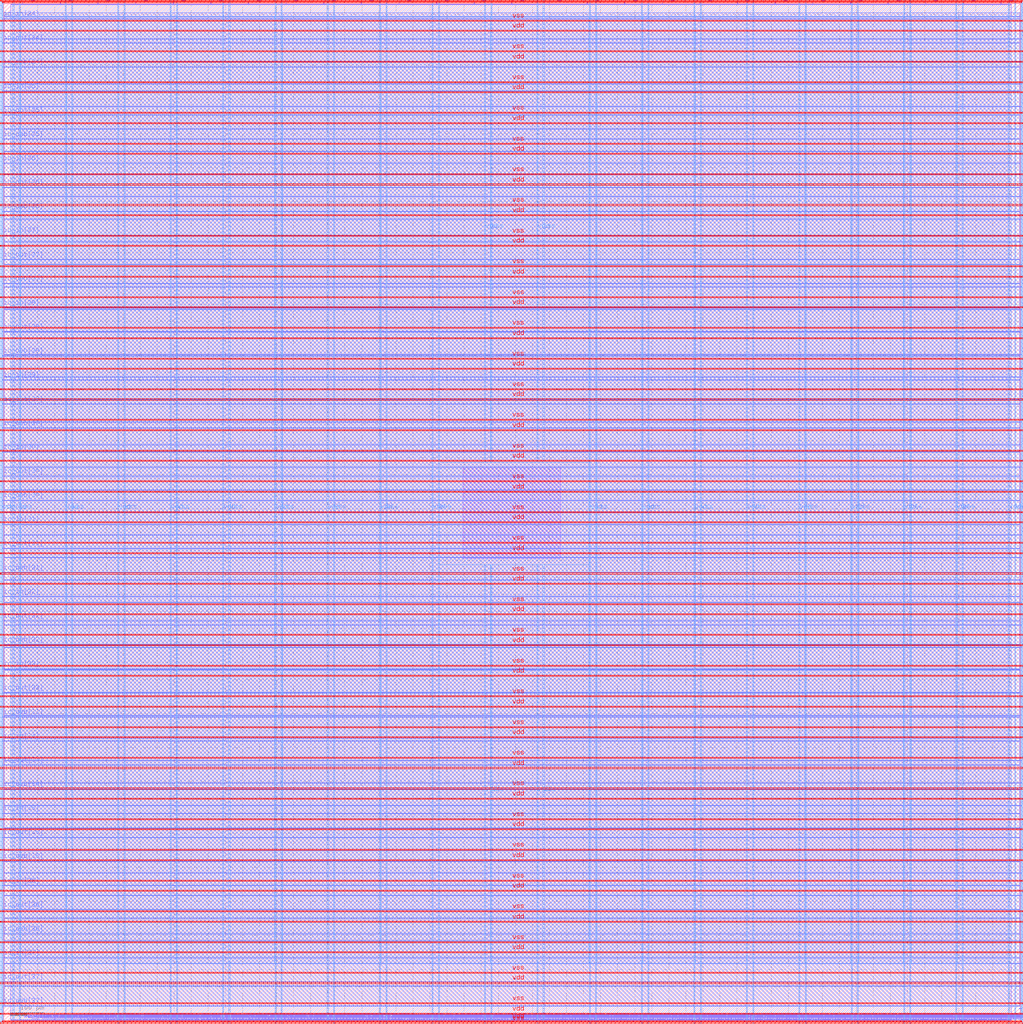
<source format=lef>
VERSION 5.7 ;
  NOWIREEXTENSIONATPIN ON ;
  DIVIDERCHAR "/" ;
  BUSBITCHARS "[]" ;
MACRO user_project_wrapper
  CLASS BLOCK ;
  FOREIGN user_project_wrapper ;
  ORIGIN 0.000 0.000 ;
  SIZE 2980.200 BY 2980.200 ;
  PIN io_in[0]
    DIRECTION INPUT ;
    USE SIGNAL ;
    PORT
      LAYER Metal3 ;
        RECT 2977.800 35.560 2985.000 36.680 ;
    END
  END io_in[0]
  PIN io_in[10]
    DIRECTION INPUT ;
    USE SIGNAL ;
    PORT
      LAYER Metal3 ;
        RECT 2977.800 2017.960 2985.000 2019.080 ;
    END
  END io_in[10]
  PIN io_in[11]
    DIRECTION INPUT ;
    USE SIGNAL ;
    PORT
      LAYER Metal3 ;
        RECT 2977.800 2216.200 2985.000 2217.320 ;
    END
  END io_in[11]
  PIN io_in[12]
    DIRECTION INPUT ;
    USE SIGNAL ;
    PORT
      LAYER Metal3 ;
        RECT 2977.800 2414.440 2985.000 2415.560 ;
    END
  END io_in[12]
  PIN io_in[13]
    DIRECTION INPUT ;
    USE SIGNAL ;
    PORT
      LAYER Metal3 ;
        RECT 2977.800 2612.680 2985.000 2613.800 ;
    END
  END io_in[13]
  PIN io_in[14]
    DIRECTION INPUT ;
    USE SIGNAL ;
    PORT
      LAYER Metal3 ;
        RECT 2977.800 2810.920 2985.000 2812.040 ;
    END
  END io_in[14]
  PIN io_in[15]
    DIRECTION INPUT ;
    USE SIGNAL ;
    PORT
      LAYER Metal2 ;
        RECT 2923.480 2977.800 2924.600 2985.000 ;
    END
  END io_in[15]
  PIN io_in[16]
    DIRECTION INPUT ;
    USE SIGNAL ;
    PORT
      LAYER Metal2 ;
        RECT 2592.520 2977.800 2593.640 2985.000 ;
    END
  END io_in[16]
  PIN io_in[17]
    DIRECTION INPUT ;
    USE SIGNAL ;
    PORT
      LAYER Metal2 ;
        RECT 2261.560 2977.800 2262.680 2985.000 ;
    END
  END io_in[17]
  PIN io_in[18]
    DIRECTION INPUT ;
    USE SIGNAL ;
    PORT
      LAYER Metal2 ;
        RECT 1930.600 2977.800 1931.720 2985.000 ;
    END
  END io_in[18]
  PIN io_in[19]
    DIRECTION INPUT ;
    USE SIGNAL ;
    PORT
      LAYER Metal2 ;
        RECT 1599.640 2977.800 1600.760 2985.000 ;
    END
  END io_in[19]
  PIN io_in[1]
    DIRECTION INPUT ;
    USE SIGNAL ;
    PORT
      LAYER Metal3 ;
        RECT 2977.800 233.800 2985.000 234.920 ;
    END
  END io_in[1]
  PIN io_in[20]
    DIRECTION INPUT ;
    USE SIGNAL ;
    PORT
      LAYER Metal2 ;
        RECT 1268.680 2977.800 1269.800 2985.000 ;
    END
  END io_in[20]
  PIN io_in[21]
    DIRECTION INPUT ;
    USE SIGNAL ;
    PORT
      LAYER Metal2 ;
        RECT 937.720 2977.800 938.840 2985.000 ;
    END
  END io_in[21]
  PIN io_in[22]
    DIRECTION INPUT ;
    USE SIGNAL ;
    PORT
      LAYER Metal2 ;
        RECT 606.760 2977.800 607.880 2985.000 ;
    END
  END io_in[22]
  PIN io_in[23]
    DIRECTION INPUT ;
    USE SIGNAL ;
    PORT
      LAYER Metal2 ;
        RECT 275.800 2977.800 276.920 2985.000 ;
    END
  END io_in[23]
  PIN io_in[24]
    DIRECTION INPUT ;
    USE SIGNAL ;
    PORT
      LAYER Metal3 ;
        RECT -4.800 2935.800 2.400 2936.920 ;
    END
  END io_in[24]
  PIN io_in[25]
    DIRECTION INPUT ;
    USE SIGNAL ;
    PORT
      LAYER Metal3 ;
        RECT -4.800 2724.120 2.400 2725.240 ;
    END
  END io_in[25]
  PIN io_in[26]
    DIRECTION INPUT ;
    USE SIGNAL ;
    PORT
      LAYER Metal3 ;
        RECT -4.800 2512.440 2.400 2513.560 ;
    END
  END io_in[26]
  PIN io_in[27]
    DIRECTION INPUT ;
    USE SIGNAL ;
    PORT
      LAYER Metal3 ;
        RECT -4.800 2300.760 2.400 2301.880 ;
    END
  END io_in[27]
  PIN io_in[28]
    DIRECTION INPUT ;
    USE SIGNAL ;
    PORT
      LAYER Metal3 ;
        RECT -4.800 2089.080 2.400 2090.200 ;
    END
  END io_in[28]
  PIN io_in[29]
    DIRECTION INPUT ;
    USE SIGNAL ;
    PORT
      LAYER Metal3 ;
        RECT -4.800 1877.400 2.400 1878.520 ;
    END
  END io_in[29]
  PIN io_in[2]
    DIRECTION INPUT ;
    USE SIGNAL ;
    PORT
      LAYER Metal3 ;
        RECT 2977.800 432.040 2985.000 433.160 ;
    END
  END io_in[2]
  PIN io_in[30]
    DIRECTION INPUT ;
    USE SIGNAL ;
    PORT
      LAYER Metal3 ;
        RECT -4.800 1665.720 2.400 1666.840 ;
    END
  END io_in[30]
  PIN io_in[31]
    DIRECTION INPUT ;
    USE SIGNAL ;
    PORT
      LAYER Metal3 ;
        RECT -4.800 1454.040 2.400 1455.160 ;
    END
  END io_in[31]
  PIN io_in[32]
    DIRECTION INPUT ;
    USE SIGNAL ;
    PORT
      LAYER Metal3 ;
        RECT -4.800 1242.360 2.400 1243.480 ;
    END
  END io_in[32]
  PIN io_in[33]
    DIRECTION INPUT ;
    USE SIGNAL ;
    PORT
      LAYER Metal3 ;
        RECT -4.800 1030.680 2.400 1031.800 ;
    END
  END io_in[33]
  PIN io_in[34]
    DIRECTION INPUT ;
    USE SIGNAL ;
    PORT
      LAYER Metal3 ;
        RECT -4.800 819.000 2.400 820.120 ;
    END
  END io_in[34]
  PIN io_in[35]
    DIRECTION INPUT ;
    USE SIGNAL ;
    PORT
      LAYER Metal3 ;
        RECT -4.800 607.320 2.400 608.440 ;
    END
  END io_in[35]
  PIN io_in[36]
    DIRECTION INPUT ;
    USE SIGNAL ;
    PORT
      LAYER Metal3 ;
        RECT -4.800 395.640 2.400 396.760 ;
    END
  END io_in[36]
  PIN io_in[37]
    DIRECTION INPUT ;
    USE SIGNAL ;
    PORT
      LAYER Metal3 ;
        RECT -4.800 183.960 2.400 185.080 ;
    END
  END io_in[37]
  PIN io_in[3]
    DIRECTION INPUT ;
    USE SIGNAL ;
    PORT
      LAYER Metal3 ;
        RECT 2977.800 630.280 2985.000 631.400 ;
    END
  END io_in[3]
  PIN io_in[4]
    DIRECTION INPUT ;
    USE SIGNAL ;
    PORT
      LAYER Metal3 ;
        RECT 2977.800 828.520 2985.000 829.640 ;
    END
  END io_in[4]
  PIN io_in[5]
    DIRECTION INPUT ;
    USE SIGNAL ;
    PORT
      LAYER Metal3 ;
        RECT 2977.800 1026.760 2985.000 1027.880 ;
    END
  END io_in[5]
  PIN io_in[6]
    DIRECTION INPUT ;
    USE SIGNAL ;
    PORT
      LAYER Metal3 ;
        RECT 2977.800 1225.000 2985.000 1226.120 ;
    END
  END io_in[6]
  PIN io_in[7]
    DIRECTION INPUT ;
    USE SIGNAL ;
    PORT
      LAYER Metal3 ;
        RECT 2977.800 1423.240 2985.000 1424.360 ;
    END
  END io_in[7]
  PIN io_in[8]
    DIRECTION INPUT ;
    USE SIGNAL ;
    PORT
      LAYER Metal3 ;
        RECT 2977.800 1621.480 2985.000 1622.600 ;
    END
  END io_in[8]
  PIN io_in[9]
    DIRECTION INPUT ;
    USE SIGNAL ;
    PORT
      LAYER Metal3 ;
        RECT 2977.800 1819.720 2985.000 1820.840 ;
    END
  END io_in[9]
  PIN io_oeb[0]
    DIRECTION OUTPUT TRISTATE ;
    USE SIGNAL ;
    PORT
      LAYER Metal3 ;
        RECT 2977.800 167.720 2985.000 168.840 ;
    END
  END io_oeb[0]
  PIN io_oeb[10]
    DIRECTION OUTPUT TRISTATE ;
    USE SIGNAL ;
    PORT
      LAYER Metal3 ;
        RECT 2977.800 2150.120 2985.000 2151.240 ;
    END
  END io_oeb[10]
  PIN io_oeb[11]
    DIRECTION OUTPUT TRISTATE ;
    USE SIGNAL ;
    PORT
      LAYER Metal3 ;
        RECT 2977.800 2348.360 2985.000 2349.480 ;
    END
  END io_oeb[11]
  PIN io_oeb[12]
    DIRECTION OUTPUT TRISTATE ;
    USE SIGNAL ;
    PORT
      LAYER Metal3 ;
        RECT 2977.800 2546.600 2985.000 2547.720 ;
    END
  END io_oeb[12]
  PIN io_oeb[13]
    DIRECTION OUTPUT TRISTATE ;
    USE SIGNAL ;
    PORT
      LAYER Metal3 ;
        RECT 2977.800 2744.840 2985.000 2745.960 ;
    END
  END io_oeb[13]
  PIN io_oeb[14]
    DIRECTION OUTPUT TRISTATE ;
    USE SIGNAL ;
    PORT
      LAYER Metal3 ;
        RECT 2977.800 2943.080 2985.000 2944.200 ;
    END
  END io_oeb[14]
  PIN io_oeb[15]
    DIRECTION OUTPUT TRISTATE ;
    USE SIGNAL ;
    PORT
      LAYER Metal2 ;
        RECT 2702.840 2977.800 2703.960 2985.000 ;
    END
  END io_oeb[15]
  PIN io_oeb[16]
    DIRECTION OUTPUT TRISTATE ;
    USE SIGNAL ;
    PORT
      LAYER Metal2 ;
        RECT 2371.880 2977.800 2373.000 2985.000 ;
    END
  END io_oeb[16]
  PIN io_oeb[17]
    DIRECTION OUTPUT TRISTATE ;
    USE SIGNAL ;
    PORT
      LAYER Metal2 ;
        RECT 2040.920 2977.800 2042.040 2985.000 ;
    END
  END io_oeb[17]
  PIN io_oeb[18]
    DIRECTION OUTPUT TRISTATE ;
    USE SIGNAL ;
    PORT
      LAYER Metal2 ;
        RECT 1709.960 2977.800 1711.080 2985.000 ;
    END
  END io_oeb[18]
  PIN io_oeb[19]
    DIRECTION OUTPUT TRISTATE ;
    USE SIGNAL ;
    PORT
      LAYER Metal2 ;
        RECT 1379.000 2977.800 1380.120 2985.000 ;
    END
  END io_oeb[19]
  PIN io_oeb[1]
    DIRECTION OUTPUT TRISTATE ;
    USE SIGNAL ;
    PORT
      LAYER Metal3 ;
        RECT 2977.800 365.960 2985.000 367.080 ;
    END
  END io_oeb[1]
  PIN io_oeb[20]
    DIRECTION OUTPUT TRISTATE ;
    USE SIGNAL ;
    PORT
      LAYER Metal2 ;
        RECT 1048.040 2977.800 1049.160 2985.000 ;
    END
  END io_oeb[20]
  PIN io_oeb[21]
    DIRECTION OUTPUT TRISTATE ;
    USE SIGNAL ;
    PORT
      LAYER Metal2 ;
        RECT 717.080 2977.800 718.200 2985.000 ;
    END
  END io_oeb[21]
  PIN io_oeb[22]
    DIRECTION OUTPUT TRISTATE ;
    USE SIGNAL ;
    PORT
      LAYER Metal2 ;
        RECT 386.120 2977.800 387.240 2985.000 ;
    END
  END io_oeb[22]
  PIN io_oeb[23]
    DIRECTION OUTPUT TRISTATE ;
    USE SIGNAL ;
    PORT
      LAYER Metal2 ;
        RECT 55.160 2977.800 56.280 2985.000 ;
    END
  END io_oeb[23]
  PIN io_oeb[24]
    DIRECTION OUTPUT TRISTATE ;
    USE SIGNAL ;
    PORT
      LAYER Metal3 ;
        RECT -4.800 2794.680 2.400 2795.800 ;
    END
  END io_oeb[24]
  PIN io_oeb[25]
    DIRECTION OUTPUT TRISTATE ;
    USE SIGNAL ;
    PORT
      LAYER Metal3 ;
        RECT -4.800 2583.000 2.400 2584.120 ;
    END
  END io_oeb[25]
  PIN io_oeb[26]
    DIRECTION OUTPUT TRISTATE ;
    USE SIGNAL ;
    PORT
      LAYER Metal3 ;
        RECT -4.800 2371.320 2.400 2372.440 ;
    END
  END io_oeb[26]
  PIN io_oeb[27]
    DIRECTION OUTPUT TRISTATE ;
    USE SIGNAL ;
    PORT
      LAYER Metal3 ;
        RECT -4.800 2159.640 2.400 2160.760 ;
    END
  END io_oeb[27]
  PIN io_oeb[28]
    DIRECTION OUTPUT TRISTATE ;
    USE SIGNAL ;
    PORT
      LAYER Metal3 ;
        RECT -4.800 1947.960 2.400 1949.080 ;
    END
  END io_oeb[28]
  PIN io_oeb[29]
    DIRECTION OUTPUT TRISTATE ;
    USE SIGNAL ;
    PORT
      LAYER Metal3 ;
        RECT -4.800 1736.280 2.400 1737.400 ;
    END
  END io_oeb[29]
  PIN io_oeb[2]
    DIRECTION OUTPUT TRISTATE ;
    USE SIGNAL ;
    PORT
      LAYER Metal3 ;
        RECT 2977.800 564.200 2985.000 565.320 ;
    END
  END io_oeb[2]
  PIN io_oeb[30]
    DIRECTION OUTPUT TRISTATE ;
    USE SIGNAL ;
    PORT
      LAYER Metal3 ;
        RECT -4.800 1524.600 2.400 1525.720 ;
    END
  END io_oeb[30]
  PIN io_oeb[31]
    DIRECTION OUTPUT TRISTATE ;
    USE SIGNAL ;
    PORT
      LAYER Metal3 ;
        RECT -4.800 1312.920 2.400 1314.040 ;
    END
  END io_oeb[31]
  PIN io_oeb[32]
    DIRECTION OUTPUT TRISTATE ;
    USE SIGNAL ;
    PORT
      LAYER Metal3 ;
        RECT -4.800 1101.240 2.400 1102.360 ;
    END
  END io_oeb[32]
  PIN io_oeb[33]
    DIRECTION OUTPUT TRISTATE ;
    USE SIGNAL ;
    PORT
      LAYER Metal3 ;
        RECT -4.800 889.560 2.400 890.680 ;
    END
  END io_oeb[33]
  PIN io_oeb[34]
    DIRECTION OUTPUT TRISTATE ;
    USE SIGNAL ;
    PORT
      LAYER Metal3 ;
        RECT -4.800 677.880 2.400 679.000 ;
    END
  END io_oeb[34]
  PIN io_oeb[35]
    DIRECTION OUTPUT TRISTATE ;
    USE SIGNAL ;
    PORT
      LAYER Metal3 ;
        RECT -4.800 466.200 2.400 467.320 ;
    END
  END io_oeb[35]
  PIN io_oeb[36]
    DIRECTION OUTPUT TRISTATE ;
    USE SIGNAL ;
    PORT
      LAYER Metal3 ;
        RECT -4.800 254.520 2.400 255.640 ;
    END
  END io_oeb[36]
  PIN io_oeb[37]
    DIRECTION OUTPUT TRISTATE ;
    USE SIGNAL ;
    PORT
      LAYER Metal3 ;
        RECT -4.800 42.840 2.400 43.960 ;
    END
  END io_oeb[37]
  PIN io_oeb[3]
    DIRECTION OUTPUT TRISTATE ;
    USE SIGNAL ;
    PORT
      LAYER Metal3 ;
        RECT 2977.800 762.440 2985.000 763.560 ;
    END
  END io_oeb[3]
  PIN io_oeb[4]
    DIRECTION OUTPUT TRISTATE ;
    USE SIGNAL ;
    PORT
      LAYER Metal3 ;
        RECT 2977.800 960.680 2985.000 961.800 ;
    END
  END io_oeb[4]
  PIN io_oeb[5]
    DIRECTION OUTPUT TRISTATE ;
    USE SIGNAL ;
    PORT
      LAYER Metal3 ;
        RECT 2977.800 1158.920 2985.000 1160.040 ;
    END
  END io_oeb[5]
  PIN io_oeb[6]
    DIRECTION OUTPUT TRISTATE ;
    USE SIGNAL ;
    PORT
      LAYER Metal3 ;
        RECT 2977.800 1357.160 2985.000 1358.280 ;
    END
  END io_oeb[6]
  PIN io_oeb[7]
    DIRECTION OUTPUT TRISTATE ;
    USE SIGNAL ;
    PORT
      LAYER Metal3 ;
        RECT 2977.800 1555.400 2985.000 1556.520 ;
    END
  END io_oeb[7]
  PIN io_oeb[8]
    DIRECTION OUTPUT TRISTATE ;
    USE SIGNAL ;
    PORT
      LAYER Metal3 ;
        RECT 2977.800 1753.640 2985.000 1754.760 ;
    END
  END io_oeb[8]
  PIN io_oeb[9]
    DIRECTION OUTPUT TRISTATE ;
    USE SIGNAL ;
    PORT
      LAYER Metal3 ;
        RECT 2977.800 1951.880 2985.000 1953.000 ;
    END
  END io_oeb[9]
  PIN io_out[0]
    DIRECTION OUTPUT TRISTATE ;
    USE SIGNAL ;
    PORT
      LAYER Metal3 ;
        RECT 2977.800 101.640 2985.000 102.760 ;
    END
  END io_out[0]
  PIN io_out[10]
    DIRECTION OUTPUT TRISTATE ;
    USE SIGNAL ;
    PORT
      LAYER Metal3 ;
        RECT 2977.800 2084.040 2985.000 2085.160 ;
    END
  END io_out[10]
  PIN io_out[11]
    DIRECTION OUTPUT TRISTATE ;
    USE SIGNAL ;
    PORT
      LAYER Metal3 ;
        RECT 2977.800 2282.280 2985.000 2283.400 ;
    END
  END io_out[11]
  PIN io_out[12]
    DIRECTION OUTPUT TRISTATE ;
    USE SIGNAL ;
    PORT
      LAYER Metal3 ;
        RECT 2977.800 2480.520 2985.000 2481.640 ;
    END
  END io_out[12]
  PIN io_out[13]
    DIRECTION OUTPUT TRISTATE ;
    USE SIGNAL ;
    PORT
      LAYER Metal3 ;
        RECT 2977.800 2678.760 2985.000 2679.880 ;
    END
  END io_out[13]
  PIN io_out[14]
    DIRECTION OUTPUT TRISTATE ;
    USE SIGNAL ;
    PORT
      LAYER Metal3 ;
        RECT 2977.800 2877.000 2985.000 2878.120 ;
    END
  END io_out[14]
  PIN io_out[15]
    DIRECTION OUTPUT TRISTATE ;
    USE SIGNAL ;
    PORT
      LAYER Metal2 ;
        RECT 2813.160 2977.800 2814.280 2985.000 ;
    END
  END io_out[15]
  PIN io_out[16]
    DIRECTION OUTPUT TRISTATE ;
    USE SIGNAL ;
    PORT
      LAYER Metal2 ;
        RECT 2482.200 2977.800 2483.320 2985.000 ;
    END
  END io_out[16]
  PIN io_out[17]
    DIRECTION OUTPUT TRISTATE ;
    USE SIGNAL ;
    PORT
      LAYER Metal2 ;
        RECT 2151.240 2977.800 2152.360 2985.000 ;
    END
  END io_out[17]
  PIN io_out[18]
    DIRECTION OUTPUT TRISTATE ;
    USE SIGNAL ;
    PORT
      LAYER Metal2 ;
        RECT 1820.280 2977.800 1821.400 2985.000 ;
    END
  END io_out[18]
  PIN io_out[19]
    DIRECTION OUTPUT TRISTATE ;
    USE SIGNAL ;
    PORT
      LAYER Metal2 ;
        RECT 1489.320 2977.800 1490.440 2985.000 ;
    END
  END io_out[19]
  PIN io_out[1]
    DIRECTION OUTPUT TRISTATE ;
    USE SIGNAL ;
    PORT
      LAYER Metal3 ;
        RECT 2977.800 299.880 2985.000 301.000 ;
    END
  END io_out[1]
  PIN io_out[20]
    DIRECTION OUTPUT TRISTATE ;
    USE SIGNAL ;
    PORT
      LAYER Metal2 ;
        RECT 1158.360 2977.800 1159.480 2985.000 ;
    END
  END io_out[20]
  PIN io_out[21]
    DIRECTION OUTPUT TRISTATE ;
    USE SIGNAL ;
    PORT
      LAYER Metal2 ;
        RECT 827.400 2977.800 828.520 2985.000 ;
    END
  END io_out[21]
  PIN io_out[22]
    DIRECTION OUTPUT TRISTATE ;
    USE SIGNAL ;
    PORT
      LAYER Metal2 ;
        RECT 496.440 2977.800 497.560 2985.000 ;
    END
  END io_out[22]
  PIN io_out[23]
    DIRECTION OUTPUT TRISTATE ;
    USE SIGNAL ;
    PORT
      LAYER Metal2 ;
        RECT 165.480 2977.800 166.600 2985.000 ;
    END
  END io_out[23]
  PIN io_out[24]
    DIRECTION OUTPUT TRISTATE ;
    USE SIGNAL ;
    PORT
      LAYER Metal3 ;
        RECT -4.800 2865.240 2.400 2866.360 ;
    END
  END io_out[24]
  PIN io_out[25]
    DIRECTION OUTPUT TRISTATE ;
    USE SIGNAL ;
    PORT
      LAYER Metal3 ;
        RECT -4.800 2653.560 2.400 2654.680 ;
    END
  END io_out[25]
  PIN io_out[26]
    DIRECTION OUTPUT TRISTATE ;
    USE SIGNAL ;
    PORT
      LAYER Metal3 ;
        RECT -4.800 2441.880 2.400 2443.000 ;
    END
  END io_out[26]
  PIN io_out[27]
    DIRECTION OUTPUT TRISTATE ;
    USE SIGNAL ;
    PORT
      LAYER Metal3 ;
        RECT -4.800 2230.200 2.400 2231.320 ;
    END
  END io_out[27]
  PIN io_out[28]
    DIRECTION OUTPUT TRISTATE ;
    USE SIGNAL ;
    PORT
      LAYER Metal3 ;
        RECT -4.800 2018.520 2.400 2019.640 ;
    END
  END io_out[28]
  PIN io_out[29]
    DIRECTION OUTPUT TRISTATE ;
    USE SIGNAL ;
    PORT
      LAYER Metal3 ;
        RECT -4.800 1806.840 2.400 1807.960 ;
    END
  END io_out[29]
  PIN io_out[2]
    DIRECTION OUTPUT TRISTATE ;
    USE SIGNAL ;
    PORT
      LAYER Metal3 ;
        RECT 2977.800 498.120 2985.000 499.240 ;
    END
  END io_out[2]
  PIN io_out[30]
    DIRECTION OUTPUT TRISTATE ;
    USE SIGNAL ;
    PORT
      LAYER Metal3 ;
        RECT -4.800 1595.160 2.400 1596.280 ;
    END
  END io_out[30]
  PIN io_out[31]
    DIRECTION OUTPUT TRISTATE ;
    USE SIGNAL ;
    PORT
      LAYER Metal3 ;
        RECT -4.800 1383.480 2.400 1384.600 ;
    END
  END io_out[31]
  PIN io_out[32]
    DIRECTION OUTPUT TRISTATE ;
    USE SIGNAL ;
    PORT
      LAYER Metal3 ;
        RECT -4.800 1171.800 2.400 1172.920 ;
    END
  END io_out[32]
  PIN io_out[33]
    DIRECTION OUTPUT TRISTATE ;
    USE SIGNAL ;
    PORT
      LAYER Metal3 ;
        RECT -4.800 960.120 2.400 961.240 ;
    END
  END io_out[33]
  PIN io_out[34]
    DIRECTION OUTPUT TRISTATE ;
    USE SIGNAL ;
    PORT
      LAYER Metal3 ;
        RECT -4.800 748.440 2.400 749.560 ;
    END
  END io_out[34]
  PIN io_out[35]
    DIRECTION OUTPUT TRISTATE ;
    USE SIGNAL ;
    PORT
      LAYER Metal3 ;
        RECT -4.800 536.760 2.400 537.880 ;
    END
  END io_out[35]
  PIN io_out[36]
    DIRECTION OUTPUT TRISTATE ;
    USE SIGNAL ;
    PORT
      LAYER Metal3 ;
        RECT -4.800 325.080 2.400 326.200 ;
    END
  END io_out[36]
  PIN io_out[37]
    DIRECTION OUTPUT TRISTATE ;
    USE SIGNAL ;
    PORT
      LAYER Metal3 ;
        RECT -4.800 113.400 2.400 114.520 ;
    END
  END io_out[37]
  PIN io_out[3]
    DIRECTION OUTPUT TRISTATE ;
    USE SIGNAL ;
    PORT
      LAYER Metal3 ;
        RECT 2977.800 696.360 2985.000 697.480 ;
    END
  END io_out[3]
  PIN io_out[4]
    DIRECTION OUTPUT TRISTATE ;
    USE SIGNAL ;
    PORT
      LAYER Metal3 ;
        RECT 2977.800 894.600 2985.000 895.720 ;
    END
  END io_out[4]
  PIN io_out[5]
    DIRECTION OUTPUT TRISTATE ;
    USE SIGNAL ;
    PORT
      LAYER Metal3 ;
        RECT 2977.800 1092.840 2985.000 1093.960 ;
    END
  END io_out[5]
  PIN io_out[6]
    DIRECTION OUTPUT TRISTATE ;
    USE SIGNAL ;
    PORT
      LAYER Metal3 ;
        RECT 2977.800 1291.080 2985.000 1292.200 ;
    END
  END io_out[6]
  PIN io_out[7]
    DIRECTION OUTPUT TRISTATE ;
    USE SIGNAL ;
    PORT
      LAYER Metal3 ;
        RECT 2977.800 1489.320 2985.000 1490.440 ;
    END
  END io_out[7]
  PIN io_out[8]
    DIRECTION OUTPUT TRISTATE ;
    USE SIGNAL ;
    PORT
      LAYER Metal3 ;
        RECT 2977.800 1687.560 2985.000 1688.680 ;
    END
  END io_out[8]
  PIN io_out[9]
    DIRECTION OUTPUT TRISTATE ;
    USE SIGNAL ;
    PORT
      LAYER Metal3 ;
        RECT 2977.800 1885.800 2985.000 1886.920 ;
    END
  END io_out[9]
  PIN la_data_in[0]
    DIRECTION INPUT ;
    USE SIGNAL ;
    PORT
      LAYER Metal2 ;
        RECT 1065.960 -4.800 1067.080 2.400 ;
    END
  END la_data_in[0]
  PIN la_data_in[10]
    DIRECTION INPUT ;
    USE SIGNAL ;
    PORT
      LAYER Metal2 ;
        RECT 1351.560 -4.800 1352.680 2.400 ;
    END
  END la_data_in[10]
  PIN la_data_in[11]
    DIRECTION INPUT ;
    USE SIGNAL ;
    PORT
      LAYER Metal2 ;
        RECT 1380.120 -4.800 1381.240 2.400 ;
    END
  END la_data_in[11]
  PIN la_data_in[12]
    DIRECTION INPUT ;
    USE SIGNAL ;
    PORT
      LAYER Metal2 ;
        RECT 1408.680 -4.800 1409.800 2.400 ;
    END
  END la_data_in[12]
  PIN la_data_in[13]
    DIRECTION INPUT ;
    USE SIGNAL ;
    PORT
      LAYER Metal2 ;
        RECT 1437.240 -4.800 1438.360 2.400 ;
    END
  END la_data_in[13]
  PIN la_data_in[14]
    DIRECTION INPUT ;
    USE SIGNAL ;
    PORT
      LAYER Metal2 ;
        RECT 1465.800 -4.800 1466.920 2.400 ;
    END
  END la_data_in[14]
  PIN la_data_in[15]
    DIRECTION INPUT ;
    USE SIGNAL ;
    PORT
      LAYER Metal2 ;
        RECT 1494.360 -4.800 1495.480 2.400 ;
    END
  END la_data_in[15]
  PIN la_data_in[16]
    DIRECTION INPUT ;
    USE SIGNAL ;
    PORT
      LAYER Metal2 ;
        RECT 1522.920 -4.800 1524.040 2.400 ;
    END
  END la_data_in[16]
  PIN la_data_in[17]
    DIRECTION INPUT ;
    USE SIGNAL ;
    PORT
      LAYER Metal2 ;
        RECT 1551.480 -4.800 1552.600 2.400 ;
    END
  END la_data_in[17]
  PIN la_data_in[18]
    DIRECTION INPUT ;
    USE SIGNAL ;
    PORT
      LAYER Metal2 ;
        RECT 1580.040 -4.800 1581.160 2.400 ;
    END
  END la_data_in[18]
  PIN la_data_in[19]
    DIRECTION INPUT ;
    USE SIGNAL ;
    PORT
      LAYER Metal2 ;
        RECT 1608.600 -4.800 1609.720 2.400 ;
    END
  END la_data_in[19]
  PIN la_data_in[1]
    DIRECTION INPUT ;
    USE SIGNAL ;
    PORT
      LAYER Metal2 ;
        RECT 1094.520 -4.800 1095.640 2.400 ;
    END
  END la_data_in[1]
  PIN la_data_in[20]
    DIRECTION INPUT ;
    USE SIGNAL ;
    PORT
      LAYER Metal2 ;
        RECT 1637.160 -4.800 1638.280 2.400 ;
    END
  END la_data_in[20]
  PIN la_data_in[21]
    DIRECTION INPUT ;
    USE SIGNAL ;
    PORT
      LAYER Metal2 ;
        RECT 1665.720 -4.800 1666.840 2.400 ;
    END
  END la_data_in[21]
  PIN la_data_in[22]
    DIRECTION INPUT ;
    USE SIGNAL ;
    PORT
      LAYER Metal2 ;
        RECT 1694.280 -4.800 1695.400 2.400 ;
    END
  END la_data_in[22]
  PIN la_data_in[23]
    DIRECTION INPUT ;
    USE SIGNAL ;
    PORT
      LAYER Metal2 ;
        RECT 1722.840 -4.800 1723.960 2.400 ;
    END
  END la_data_in[23]
  PIN la_data_in[24]
    DIRECTION INPUT ;
    USE SIGNAL ;
    PORT
      LAYER Metal2 ;
        RECT 1751.400 -4.800 1752.520 2.400 ;
    END
  END la_data_in[24]
  PIN la_data_in[25]
    DIRECTION INPUT ;
    USE SIGNAL ;
    PORT
      LAYER Metal2 ;
        RECT 1779.960 -4.800 1781.080 2.400 ;
    END
  END la_data_in[25]
  PIN la_data_in[26]
    DIRECTION INPUT ;
    USE SIGNAL ;
    PORT
      LAYER Metal2 ;
        RECT 1808.520 -4.800 1809.640 2.400 ;
    END
  END la_data_in[26]
  PIN la_data_in[27]
    DIRECTION INPUT ;
    USE SIGNAL ;
    PORT
      LAYER Metal2 ;
        RECT 1837.080 -4.800 1838.200 2.400 ;
    END
  END la_data_in[27]
  PIN la_data_in[28]
    DIRECTION INPUT ;
    USE SIGNAL ;
    PORT
      LAYER Metal2 ;
        RECT 1865.640 -4.800 1866.760 2.400 ;
    END
  END la_data_in[28]
  PIN la_data_in[29]
    DIRECTION INPUT ;
    USE SIGNAL ;
    PORT
      LAYER Metal2 ;
        RECT 1894.200 -4.800 1895.320 2.400 ;
    END
  END la_data_in[29]
  PIN la_data_in[2]
    DIRECTION INPUT ;
    USE SIGNAL ;
    PORT
      LAYER Metal2 ;
        RECT 1123.080 -4.800 1124.200 2.400 ;
    END
  END la_data_in[2]
  PIN la_data_in[30]
    DIRECTION INPUT ;
    USE SIGNAL ;
    PORT
      LAYER Metal2 ;
        RECT 1922.760 -4.800 1923.880 2.400 ;
    END
  END la_data_in[30]
  PIN la_data_in[31]
    DIRECTION INPUT ;
    USE SIGNAL ;
    PORT
      LAYER Metal2 ;
        RECT 1951.320 -4.800 1952.440 2.400 ;
    END
  END la_data_in[31]
  PIN la_data_in[32]
    DIRECTION INPUT ;
    USE SIGNAL ;
    PORT
      LAYER Metal2 ;
        RECT 1979.880 -4.800 1981.000 2.400 ;
    END
  END la_data_in[32]
  PIN la_data_in[33]
    DIRECTION INPUT ;
    USE SIGNAL ;
    PORT
      LAYER Metal2 ;
        RECT 2008.440 -4.800 2009.560 2.400 ;
    END
  END la_data_in[33]
  PIN la_data_in[34]
    DIRECTION INPUT ;
    USE SIGNAL ;
    PORT
      LAYER Metal2 ;
        RECT 2037.000 -4.800 2038.120 2.400 ;
    END
  END la_data_in[34]
  PIN la_data_in[35]
    DIRECTION INPUT ;
    USE SIGNAL ;
    PORT
      LAYER Metal2 ;
        RECT 2065.560 -4.800 2066.680 2.400 ;
    END
  END la_data_in[35]
  PIN la_data_in[36]
    DIRECTION INPUT ;
    USE SIGNAL ;
    PORT
      LAYER Metal2 ;
        RECT 2094.120 -4.800 2095.240 2.400 ;
    END
  END la_data_in[36]
  PIN la_data_in[37]
    DIRECTION INPUT ;
    USE SIGNAL ;
    PORT
      LAYER Metal2 ;
        RECT 2122.680 -4.800 2123.800 2.400 ;
    END
  END la_data_in[37]
  PIN la_data_in[38]
    DIRECTION INPUT ;
    USE SIGNAL ;
    PORT
      LAYER Metal2 ;
        RECT 2151.240 -4.800 2152.360 2.400 ;
    END
  END la_data_in[38]
  PIN la_data_in[39]
    DIRECTION INPUT ;
    USE SIGNAL ;
    PORT
      LAYER Metal2 ;
        RECT 2179.800 -4.800 2180.920 2.400 ;
    END
  END la_data_in[39]
  PIN la_data_in[3]
    DIRECTION INPUT ;
    USE SIGNAL ;
    PORT
      LAYER Metal2 ;
        RECT 1151.640 -4.800 1152.760 2.400 ;
    END
  END la_data_in[3]
  PIN la_data_in[40]
    DIRECTION INPUT ;
    USE SIGNAL ;
    PORT
      LAYER Metal2 ;
        RECT 2208.360 -4.800 2209.480 2.400 ;
    END
  END la_data_in[40]
  PIN la_data_in[41]
    DIRECTION INPUT ;
    USE SIGNAL ;
    PORT
      LAYER Metal2 ;
        RECT 2236.920 -4.800 2238.040 2.400 ;
    END
  END la_data_in[41]
  PIN la_data_in[42]
    DIRECTION INPUT ;
    USE SIGNAL ;
    PORT
      LAYER Metal2 ;
        RECT 2265.480 -4.800 2266.600 2.400 ;
    END
  END la_data_in[42]
  PIN la_data_in[43]
    DIRECTION INPUT ;
    USE SIGNAL ;
    PORT
      LAYER Metal2 ;
        RECT 2294.040 -4.800 2295.160 2.400 ;
    END
  END la_data_in[43]
  PIN la_data_in[44]
    DIRECTION INPUT ;
    USE SIGNAL ;
    PORT
      LAYER Metal2 ;
        RECT 2322.600 -4.800 2323.720 2.400 ;
    END
  END la_data_in[44]
  PIN la_data_in[45]
    DIRECTION INPUT ;
    USE SIGNAL ;
    PORT
      LAYER Metal2 ;
        RECT 2351.160 -4.800 2352.280 2.400 ;
    END
  END la_data_in[45]
  PIN la_data_in[46]
    DIRECTION INPUT ;
    USE SIGNAL ;
    PORT
      LAYER Metal2 ;
        RECT 2379.720 -4.800 2380.840 2.400 ;
    END
  END la_data_in[46]
  PIN la_data_in[47]
    DIRECTION INPUT ;
    USE SIGNAL ;
    PORT
      LAYER Metal2 ;
        RECT 2408.280 -4.800 2409.400 2.400 ;
    END
  END la_data_in[47]
  PIN la_data_in[48]
    DIRECTION INPUT ;
    USE SIGNAL ;
    PORT
      LAYER Metal2 ;
        RECT 2436.840 -4.800 2437.960 2.400 ;
    END
  END la_data_in[48]
  PIN la_data_in[49]
    DIRECTION INPUT ;
    USE SIGNAL ;
    PORT
      LAYER Metal2 ;
        RECT 2465.400 -4.800 2466.520 2.400 ;
    END
  END la_data_in[49]
  PIN la_data_in[4]
    DIRECTION INPUT ;
    USE SIGNAL ;
    PORT
      LAYER Metal2 ;
        RECT 1180.200 -4.800 1181.320 2.400 ;
    END
  END la_data_in[4]
  PIN la_data_in[50]
    DIRECTION INPUT ;
    USE SIGNAL ;
    PORT
      LAYER Metal2 ;
        RECT 2493.960 -4.800 2495.080 2.400 ;
    END
  END la_data_in[50]
  PIN la_data_in[51]
    DIRECTION INPUT ;
    USE SIGNAL ;
    PORT
      LAYER Metal2 ;
        RECT 2522.520 -4.800 2523.640 2.400 ;
    END
  END la_data_in[51]
  PIN la_data_in[52]
    DIRECTION INPUT ;
    USE SIGNAL ;
    PORT
      LAYER Metal2 ;
        RECT 2551.080 -4.800 2552.200 2.400 ;
    END
  END la_data_in[52]
  PIN la_data_in[53]
    DIRECTION INPUT ;
    USE SIGNAL ;
    PORT
      LAYER Metal2 ;
        RECT 2579.640 -4.800 2580.760 2.400 ;
    END
  END la_data_in[53]
  PIN la_data_in[54]
    DIRECTION INPUT ;
    USE SIGNAL ;
    PORT
      LAYER Metal2 ;
        RECT 2608.200 -4.800 2609.320 2.400 ;
    END
  END la_data_in[54]
  PIN la_data_in[55]
    DIRECTION INPUT ;
    USE SIGNAL ;
    PORT
      LAYER Metal2 ;
        RECT 2636.760 -4.800 2637.880 2.400 ;
    END
  END la_data_in[55]
  PIN la_data_in[56]
    DIRECTION INPUT ;
    USE SIGNAL ;
    PORT
      LAYER Metal2 ;
        RECT 2665.320 -4.800 2666.440 2.400 ;
    END
  END la_data_in[56]
  PIN la_data_in[57]
    DIRECTION INPUT ;
    USE SIGNAL ;
    PORT
      LAYER Metal2 ;
        RECT 2693.880 -4.800 2695.000 2.400 ;
    END
  END la_data_in[57]
  PIN la_data_in[58]
    DIRECTION INPUT ;
    USE SIGNAL ;
    PORT
      LAYER Metal2 ;
        RECT 2722.440 -4.800 2723.560 2.400 ;
    END
  END la_data_in[58]
  PIN la_data_in[59]
    DIRECTION INPUT ;
    USE SIGNAL ;
    PORT
      LAYER Metal2 ;
        RECT 2751.000 -4.800 2752.120 2.400 ;
    END
  END la_data_in[59]
  PIN la_data_in[5]
    DIRECTION INPUT ;
    USE SIGNAL ;
    PORT
      LAYER Metal2 ;
        RECT 1208.760 -4.800 1209.880 2.400 ;
    END
  END la_data_in[5]
  PIN la_data_in[60]
    DIRECTION INPUT ;
    USE SIGNAL ;
    PORT
      LAYER Metal2 ;
        RECT 2779.560 -4.800 2780.680 2.400 ;
    END
  END la_data_in[60]
  PIN la_data_in[61]
    DIRECTION INPUT ;
    USE SIGNAL ;
    PORT
      LAYER Metal2 ;
        RECT 2808.120 -4.800 2809.240 2.400 ;
    END
  END la_data_in[61]
  PIN la_data_in[62]
    DIRECTION INPUT ;
    USE SIGNAL ;
    PORT
      LAYER Metal2 ;
        RECT 2836.680 -4.800 2837.800 2.400 ;
    END
  END la_data_in[62]
  PIN la_data_in[63]
    DIRECTION INPUT ;
    USE SIGNAL ;
    PORT
      LAYER Metal2 ;
        RECT 2865.240 -4.800 2866.360 2.400 ;
    END
  END la_data_in[63]
  PIN la_data_in[6]
    DIRECTION INPUT ;
    USE SIGNAL ;
    PORT
      LAYER Metal2 ;
        RECT 1237.320 -4.800 1238.440 2.400 ;
    END
  END la_data_in[6]
  PIN la_data_in[7]
    DIRECTION INPUT ;
    USE SIGNAL ;
    PORT
      LAYER Metal2 ;
        RECT 1265.880 -4.800 1267.000 2.400 ;
    END
  END la_data_in[7]
  PIN la_data_in[8]
    DIRECTION INPUT ;
    USE SIGNAL ;
    PORT
      LAYER Metal2 ;
        RECT 1294.440 -4.800 1295.560 2.400 ;
    END
  END la_data_in[8]
  PIN la_data_in[9]
    DIRECTION INPUT ;
    USE SIGNAL ;
    PORT
      LAYER Metal2 ;
        RECT 1323.000 -4.800 1324.120 2.400 ;
    END
  END la_data_in[9]
  PIN la_data_out[0]
    DIRECTION OUTPUT TRISTATE ;
    USE SIGNAL ;
    PORT
      LAYER Metal2 ;
        RECT 1075.480 -4.800 1076.600 2.400 ;
    END
  END la_data_out[0]
  PIN la_data_out[10]
    DIRECTION OUTPUT TRISTATE ;
    USE SIGNAL ;
    PORT
      LAYER Metal2 ;
        RECT 1361.080 -4.800 1362.200 2.400 ;
    END
  END la_data_out[10]
  PIN la_data_out[11]
    DIRECTION OUTPUT TRISTATE ;
    USE SIGNAL ;
    PORT
      LAYER Metal2 ;
        RECT 1389.640 -4.800 1390.760 2.400 ;
    END
  END la_data_out[11]
  PIN la_data_out[12]
    DIRECTION OUTPUT TRISTATE ;
    USE SIGNAL ;
    PORT
      LAYER Metal2 ;
        RECT 1418.200 -4.800 1419.320 2.400 ;
    END
  END la_data_out[12]
  PIN la_data_out[13]
    DIRECTION OUTPUT TRISTATE ;
    USE SIGNAL ;
    PORT
      LAYER Metal2 ;
        RECT 1446.760 -4.800 1447.880 2.400 ;
    END
  END la_data_out[13]
  PIN la_data_out[14]
    DIRECTION OUTPUT TRISTATE ;
    USE SIGNAL ;
    PORT
      LAYER Metal2 ;
        RECT 1475.320 -4.800 1476.440 2.400 ;
    END
  END la_data_out[14]
  PIN la_data_out[15]
    DIRECTION OUTPUT TRISTATE ;
    USE SIGNAL ;
    PORT
      LAYER Metal2 ;
        RECT 1503.880 -4.800 1505.000 2.400 ;
    END
  END la_data_out[15]
  PIN la_data_out[16]
    DIRECTION OUTPUT TRISTATE ;
    USE SIGNAL ;
    PORT
      LAYER Metal2 ;
        RECT 1532.440 -4.800 1533.560 2.400 ;
    END
  END la_data_out[16]
  PIN la_data_out[17]
    DIRECTION OUTPUT TRISTATE ;
    USE SIGNAL ;
    PORT
      LAYER Metal2 ;
        RECT 1561.000 -4.800 1562.120 2.400 ;
    END
  END la_data_out[17]
  PIN la_data_out[18]
    DIRECTION OUTPUT TRISTATE ;
    USE SIGNAL ;
    PORT
      LAYER Metal2 ;
        RECT 1589.560 -4.800 1590.680 2.400 ;
    END
  END la_data_out[18]
  PIN la_data_out[19]
    DIRECTION OUTPUT TRISTATE ;
    USE SIGNAL ;
    PORT
      LAYER Metal2 ;
        RECT 1618.120 -4.800 1619.240 2.400 ;
    END
  END la_data_out[19]
  PIN la_data_out[1]
    DIRECTION OUTPUT TRISTATE ;
    USE SIGNAL ;
    PORT
      LAYER Metal2 ;
        RECT 1104.040 -4.800 1105.160 2.400 ;
    END
  END la_data_out[1]
  PIN la_data_out[20]
    DIRECTION OUTPUT TRISTATE ;
    USE SIGNAL ;
    PORT
      LAYER Metal2 ;
        RECT 1646.680 -4.800 1647.800 2.400 ;
    END
  END la_data_out[20]
  PIN la_data_out[21]
    DIRECTION OUTPUT TRISTATE ;
    USE SIGNAL ;
    PORT
      LAYER Metal2 ;
        RECT 1675.240 -4.800 1676.360 2.400 ;
    END
  END la_data_out[21]
  PIN la_data_out[22]
    DIRECTION OUTPUT TRISTATE ;
    USE SIGNAL ;
    PORT
      LAYER Metal2 ;
        RECT 1703.800 -4.800 1704.920 2.400 ;
    END
  END la_data_out[22]
  PIN la_data_out[23]
    DIRECTION OUTPUT TRISTATE ;
    USE SIGNAL ;
    PORT
      LAYER Metal2 ;
        RECT 1732.360 -4.800 1733.480 2.400 ;
    END
  END la_data_out[23]
  PIN la_data_out[24]
    DIRECTION OUTPUT TRISTATE ;
    USE SIGNAL ;
    PORT
      LAYER Metal2 ;
        RECT 1760.920 -4.800 1762.040 2.400 ;
    END
  END la_data_out[24]
  PIN la_data_out[25]
    DIRECTION OUTPUT TRISTATE ;
    USE SIGNAL ;
    PORT
      LAYER Metal2 ;
        RECT 1789.480 -4.800 1790.600 2.400 ;
    END
  END la_data_out[25]
  PIN la_data_out[26]
    DIRECTION OUTPUT TRISTATE ;
    USE SIGNAL ;
    PORT
      LAYER Metal2 ;
        RECT 1818.040 -4.800 1819.160 2.400 ;
    END
  END la_data_out[26]
  PIN la_data_out[27]
    DIRECTION OUTPUT TRISTATE ;
    USE SIGNAL ;
    PORT
      LAYER Metal2 ;
        RECT 1846.600 -4.800 1847.720 2.400 ;
    END
  END la_data_out[27]
  PIN la_data_out[28]
    DIRECTION OUTPUT TRISTATE ;
    USE SIGNAL ;
    PORT
      LAYER Metal2 ;
        RECT 1875.160 -4.800 1876.280 2.400 ;
    END
  END la_data_out[28]
  PIN la_data_out[29]
    DIRECTION OUTPUT TRISTATE ;
    USE SIGNAL ;
    PORT
      LAYER Metal2 ;
        RECT 1903.720 -4.800 1904.840 2.400 ;
    END
  END la_data_out[29]
  PIN la_data_out[2]
    DIRECTION OUTPUT TRISTATE ;
    USE SIGNAL ;
    PORT
      LAYER Metal2 ;
        RECT 1132.600 -4.800 1133.720 2.400 ;
    END
  END la_data_out[2]
  PIN la_data_out[30]
    DIRECTION OUTPUT TRISTATE ;
    USE SIGNAL ;
    PORT
      LAYER Metal2 ;
        RECT 1932.280 -4.800 1933.400 2.400 ;
    END
  END la_data_out[30]
  PIN la_data_out[31]
    DIRECTION OUTPUT TRISTATE ;
    USE SIGNAL ;
    PORT
      LAYER Metal2 ;
        RECT 1960.840 -4.800 1961.960 2.400 ;
    END
  END la_data_out[31]
  PIN la_data_out[32]
    DIRECTION OUTPUT TRISTATE ;
    USE SIGNAL ;
    PORT
      LAYER Metal2 ;
        RECT 1989.400 -4.800 1990.520 2.400 ;
    END
  END la_data_out[32]
  PIN la_data_out[33]
    DIRECTION OUTPUT TRISTATE ;
    USE SIGNAL ;
    PORT
      LAYER Metal2 ;
        RECT 2017.960 -4.800 2019.080 2.400 ;
    END
  END la_data_out[33]
  PIN la_data_out[34]
    DIRECTION OUTPUT TRISTATE ;
    USE SIGNAL ;
    PORT
      LAYER Metal2 ;
        RECT 2046.520 -4.800 2047.640 2.400 ;
    END
  END la_data_out[34]
  PIN la_data_out[35]
    DIRECTION OUTPUT TRISTATE ;
    USE SIGNAL ;
    PORT
      LAYER Metal2 ;
        RECT 2075.080 -4.800 2076.200 2.400 ;
    END
  END la_data_out[35]
  PIN la_data_out[36]
    DIRECTION OUTPUT TRISTATE ;
    USE SIGNAL ;
    PORT
      LAYER Metal2 ;
        RECT 2103.640 -4.800 2104.760 2.400 ;
    END
  END la_data_out[36]
  PIN la_data_out[37]
    DIRECTION OUTPUT TRISTATE ;
    USE SIGNAL ;
    PORT
      LAYER Metal2 ;
        RECT 2132.200 -4.800 2133.320 2.400 ;
    END
  END la_data_out[37]
  PIN la_data_out[38]
    DIRECTION OUTPUT TRISTATE ;
    USE SIGNAL ;
    PORT
      LAYER Metal2 ;
        RECT 2160.760 -4.800 2161.880 2.400 ;
    END
  END la_data_out[38]
  PIN la_data_out[39]
    DIRECTION OUTPUT TRISTATE ;
    USE SIGNAL ;
    PORT
      LAYER Metal2 ;
        RECT 2189.320 -4.800 2190.440 2.400 ;
    END
  END la_data_out[39]
  PIN la_data_out[3]
    DIRECTION OUTPUT TRISTATE ;
    USE SIGNAL ;
    PORT
      LAYER Metal2 ;
        RECT 1161.160 -4.800 1162.280 2.400 ;
    END
  END la_data_out[3]
  PIN la_data_out[40]
    DIRECTION OUTPUT TRISTATE ;
    USE SIGNAL ;
    PORT
      LAYER Metal2 ;
        RECT 2217.880 -4.800 2219.000 2.400 ;
    END
  END la_data_out[40]
  PIN la_data_out[41]
    DIRECTION OUTPUT TRISTATE ;
    USE SIGNAL ;
    PORT
      LAYER Metal2 ;
        RECT 2246.440 -4.800 2247.560 2.400 ;
    END
  END la_data_out[41]
  PIN la_data_out[42]
    DIRECTION OUTPUT TRISTATE ;
    USE SIGNAL ;
    PORT
      LAYER Metal2 ;
        RECT 2275.000 -4.800 2276.120 2.400 ;
    END
  END la_data_out[42]
  PIN la_data_out[43]
    DIRECTION OUTPUT TRISTATE ;
    USE SIGNAL ;
    PORT
      LAYER Metal2 ;
        RECT 2303.560 -4.800 2304.680 2.400 ;
    END
  END la_data_out[43]
  PIN la_data_out[44]
    DIRECTION OUTPUT TRISTATE ;
    USE SIGNAL ;
    PORT
      LAYER Metal2 ;
        RECT 2332.120 -4.800 2333.240 2.400 ;
    END
  END la_data_out[44]
  PIN la_data_out[45]
    DIRECTION OUTPUT TRISTATE ;
    USE SIGNAL ;
    PORT
      LAYER Metal2 ;
        RECT 2360.680 -4.800 2361.800 2.400 ;
    END
  END la_data_out[45]
  PIN la_data_out[46]
    DIRECTION OUTPUT TRISTATE ;
    USE SIGNAL ;
    PORT
      LAYER Metal2 ;
        RECT 2389.240 -4.800 2390.360 2.400 ;
    END
  END la_data_out[46]
  PIN la_data_out[47]
    DIRECTION OUTPUT TRISTATE ;
    USE SIGNAL ;
    PORT
      LAYER Metal2 ;
        RECT 2417.800 -4.800 2418.920 2.400 ;
    END
  END la_data_out[47]
  PIN la_data_out[48]
    DIRECTION OUTPUT TRISTATE ;
    USE SIGNAL ;
    PORT
      LAYER Metal2 ;
        RECT 2446.360 -4.800 2447.480 2.400 ;
    END
  END la_data_out[48]
  PIN la_data_out[49]
    DIRECTION OUTPUT TRISTATE ;
    USE SIGNAL ;
    PORT
      LAYER Metal2 ;
        RECT 2474.920 -4.800 2476.040 2.400 ;
    END
  END la_data_out[49]
  PIN la_data_out[4]
    DIRECTION OUTPUT TRISTATE ;
    USE SIGNAL ;
    PORT
      LAYER Metal2 ;
        RECT 1189.720 -4.800 1190.840 2.400 ;
    END
  END la_data_out[4]
  PIN la_data_out[50]
    DIRECTION OUTPUT TRISTATE ;
    USE SIGNAL ;
    PORT
      LAYER Metal2 ;
        RECT 2503.480 -4.800 2504.600 2.400 ;
    END
  END la_data_out[50]
  PIN la_data_out[51]
    DIRECTION OUTPUT TRISTATE ;
    USE SIGNAL ;
    PORT
      LAYER Metal2 ;
        RECT 2532.040 -4.800 2533.160 2.400 ;
    END
  END la_data_out[51]
  PIN la_data_out[52]
    DIRECTION OUTPUT TRISTATE ;
    USE SIGNAL ;
    PORT
      LAYER Metal2 ;
        RECT 2560.600 -4.800 2561.720 2.400 ;
    END
  END la_data_out[52]
  PIN la_data_out[53]
    DIRECTION OUTPUT TRISTATE ;
    USE SIGNAL ;
    PORT
      LAYER Metal2 ;
        RECT 2589.160 -4.800 2590.280 2.400 ;
    END
  END la_data_out[53]
  PIN la_data_out[54]
    DIRECTION OUTPUT TRISTATE ;
    USE SIGNAL ;
    PORT
      LAYER Metal2 ;
        RECT 2617.720 -4.800 2618.840 2.400 ;
    END
  END la_data_out[54]
  PIN la_data_out[55]
    DIRECTION OUTPUT TRISTATE ;
    USE SIGNAL ;
    PORT
      LAYER Metal2 ;
        RECT 2646.280 -4.800 2647.400 2.400 ;
    END
  END la_data_out[55]
  PIN la_data_out[56]
    DIRECTION OUTPUT TRISTATE ;
    USE SIGNAL ;
    PORT
      LAYER Metal2 ;
        RECT 2674.840 -4.800 2675.960 2.400 ;
    END
  END la_data_out[56]
  PIN la_data_out[57]
    DIRECTION OUTPUT TRISTATE ;
    USE SIGNAL ;
    PORT
      LAYER Metal2 ;
        RECT 2703.400 -4.800 2704.520 2.400 ;
    END
  END la_data_out[57]
  PIN la_data_out[58]
    DIRECTION OUTPUT TRISTATE ;
    USE SIGNAL ;
    PORT
      LAYER Metal2 ;
        RECT 2731.960 -4.800 2733.080 2.400 ;
    END
  END la_data_out[58]
  PIN la_data_out[59]
    DIRECTION OUTPUT TRISTATE ;
    USE SIGNAL ;
    PORT
      LAYER Metal2 ;
        RECT 2760.520 -4.800 2761.640 2.400 ;
    END
  END la_data_out[59]
  PIN la_data_out[5]
    DIRECTION OUTPUT TRISTATE ;
    USE SIGNAL ;
    PORT
      LAYER Metal2 ;
        RECT 1218.280 -4.800 1219.400 2.400 ;
    END
  END la_data_out[5]
  PIN la_data_out[60]
    DIRECTION OUTPUT TRISTATE ;
    USE SIGNAL ;
    PORT
      LAYER Metal2 ;
        RECT 2789.080 -4.800 2790.200 2.400 ;
    END
  END la_data_out[60]
  PIN la_data_out[61]
    DIRECTION OUTPUT TRISTATE ;
    USE SIGNAL ;
    PORT
      LAYER Metal2 ;
        RECT 2817.640 -4.800 2818.760 2.400 ;
    END
  END la_data_out[61]
  PIN la_data_out[62]
    DIRECTION OUTPUT TRISTATE ;
    USE SIGNAL ;
    PORT
      LAYER Metal2 ;
        RECT 2846.200 -4.800 2847.320 2.400 ;
    END
  END la_data_out[62]
  PIN la_data_out[63]
    DIRECTION OUTPUT TRISTATE ;
    USE SIGNAL ;
    PORT
      LAYER Metal2 ;
        RECT 2874.760 -4.800 2875.880 2.400 ;
    END
  END la_data_out[63]
  PIN la_data_out[6]
    DIRECTION OUTPUT TRISTATE ;
    USE SIGNAL ;
    PORT
      LAYER Metal2 ;
        RECT 1246.840 -4.800 1247.960 2.400 ;
    END
  END la_data_out[6]
  PIN la_data_out[7]
    DIRECTION OUTPUT TRISTATE ;
    USE SIGNAL ;
    PORT
      LAYER Metal2 ;
        RECT 1275.400 -4.800 1276.520 2.400 ;
    END
  END la_data_out[7]
  PIN la_data_out[8]
    DIRECTION OUTPUT TRISTATE ;
    USE SIGNAL ;
    PORT
      LAYER Metal2 ;
        RECT 1303.960 -4.800 1305.080 2.400 ;
    END
  END la_data_out[8]
  PIN la_data_out[9]
    DIRECTION OUTPUT TRISTATE ;
    USE SIGNAL ;
    PORT
      LAYER Metal2 ;
        RECT 1332.520 -4.800 1333.640 2.400 ;
    END
  END la_data_out[9]
  PIN la_oenb[0]
    DIRECTION INPUT ;
    USE SIGNAL ;
    PORT
      LAYER Metal2 ;
        RECT 1085.000 -4.800 1086.120 2.400 ;
    END
  END la_oenb[0]
  PIN la_oenb[10]
    DIRECTION INPUT ;
    USE SIGNAL ;
    PORT
      LAYER Metal2 ;
        RECT 1370.600 -4.800 1371.720 2.400 ;
    END
  END la_oenb[10]
  PIN la_oenb[11]
    DIRECTION INPUT ;
    USE SIGNAL ;
    PORT
      LAYER Metal2 ;
        RECT 1399.160 -4.800 1400.280 2.400 ;
    END
  END la_oenb[11]
  PIN la_oenb[12]
    DIRECTION INPUT ;
    USE SIGNAL ;
    PORT
      LAYER Metal2 ;
        RECT 1427.720 -4.800 1428.840 2.400 ;
    END
  END la_oenb[12]
  PIN la_oenb[13]
    DIRECTION INPUT ;
    USE SIGNAL ;
    PORT
      LAYER Metal2 ;
        RECT 1456.280 -4.800 1457.400 2.400 ;
    END
  END la_oenb[13]
  PIN la_oenb[14]
    DIRECTION INPUT ;
    USE SIGNAL ;
    PORT
      LAYER Metal2 ;
        RECT 1484.840 -4.800 1485.960 2.400 ;
    END
  END la_oenb[14]
  PIN la_oenb[15]
    DIRECTION INPUT ;
    USE SIGNAL ;
    PORT
      LAYER Metal2 ;
        RECT 1513.400 -4.800 1514.520 2.400 ;
    END
  END la_oenb[15]
  PIN la_oenb[16]
    DIRECTION INPUT ;
    USE SIGNAL ;
    PORT
      LAYER Metal2 ;
        RECT 1541.960 -4.800 1543.080 2.400 ;
    END
  END la_oenb[16]
  PIN la_oenb[17]
    DIRECTION INPUT ;
    USE SIGNAL ;
    PORT
      LAYER Metal2 ;
        RECT 1570.520 -4.800 1571.640 2.400 ;
    END
  END la_oenb[17]
  PIN la_oenb[18]
    DIRECTION INPUT ;
    USE SIGNAL ;
    PORT
      LAYER Metal2 ;
        RECT 1599.080 -4.800 1600.200 2.400 ;
    END
  END la_oenb[18]
  PIN la_oenb[19]
    DIRECTION INPUT ;
    USE SIGNAL ;
    PORT
      LAYER Metal2 ;
        RECT 1627.640 -4.800 1628.760 2.400 ;
    END
  END la_oenb[19]
  PIN la_oenb[1]
    DIRECTION INPUT ;
    USE SIGNAL ;
    PORT
      LAYER Metal2 ;
        RECT 1113.560 -4.800 1114.680 2.400 ;
    END
  END la_oenb[1]
  PIN la_oenb[20]
    DIRECTION INPUT ;
    USE SIGNAL ;
    PORT
      LAYER Metal2 ;
        RECT 1656.200 -4.800 1657.320 2.400 ;
    END
  END la_oenb[20]
  PIN la_oenb[21]
    DIRECTION INPUT ;
    USE SIGNAL ;
    PORT
      LAYER Metal2 ;
        RECT 1684.760 -4.800 1685.880 2.400 ;
    END
  END la_oenb[21]
  PIN la_oenb[22]
    DIRECTION INPUT ;
    USE SIGNAL ;
    PORT
      LAYER Metal2 ;
        RECT 1713.320 -4.800 1714.440 2.400 ;
    END
  END la_oenb[22]
  PIN la_oenb[23]
    DIRECTION INPUT ;
    USE SIGNAL ;
    PORT
      LAYER Metal2 ;
        RECT 1741.880 -4.800 1743.000 2.400 ;
    END
  END la_oenb[23]
  PIN la_oenb[24]
    DIRECTION INPUT ;
    USE SIGNAL ;
    PORT
      LAYER Metal2 ;
        RECT 1770.440 -4.800 1771.560 2.400 ;
    END
  END la_oenb[24]
  PIN la_oenb[25]
    DIRECTION INPUT ;
    USE SIGNAL ;
    PORT
      LAYER Metal2 ;
        RECT 1799.000 -4.800 1800.120 2.400 ;
    END
  END la_oenb[25]
  PIN la_oenb[26]
    DIRECTION INPUT ;
    USE SIGNAL ;
    PORT
      LAYER Metal2 ;
        RECT 1827.560 -4.800 1828.680 2.400 ;
    END
  END la_oenb[26]
  PIN la_oenb[27]
    DIRECTION INPUT ;
    USE SIGNAL ;
    PORT
      LAYER Metal2 ;
        RECT 1856.120 -4.800 1857.240 2.400 ;
    END
  END la_oenb[27]
  PIN la_oenb[28]
    DIRECTION INPUT ;
    USE SIGNAL ;
    PORT
      LAYER Metal2 ;
        RECT 1884.680 -4.800 1885.800 2.400 ;
    END
  END la_oenb[28]
  PIN la_oenb[29]
    DIRECTION INPUT ;
    USE SIGNAL ;
    PORT
      LAYER Metal2 ;
        RECT 1913.240 -4.800 1914.360 2.400 ;
    END
  END la_oenb[29]
  PIN la_oenb[2]
    DIRECTION INPUT ;
    USE SIGNAL ;
    PORT
      LAYER Metal2 ;
        RECT 1142.120 -4.800 1143.240 2.400 ;
    END
  END la_oenb[2]
  PIN la_oenb[30]
    DIRECTION INPUT ;
    USE SIGNAL ;
    PORT
      LAYER Metal2 ;
        RECT 1941.800 -4.800 1942.920 2.400 ;
    END
  END la_oenb[30]
  PIN la_oenb[31]
    DIRECTION INPUT ;
    USE SIGNAL ;
    PORT
      LAYER Metal2 ;
        RECT 1970.360 -4.800 1971.480 2.400 ;
    END
  END la_oenb[31]
  PIN la_oenb[32]
    DIRECTION INPUT ;
    USE SIGNAL ;
    PORT
      LAYER Metal2 ;
        RECT 1998.920 -4.800 2000.040 2.400 ;
    END
  END la_oenb[32]
  PIN la_oenb[33]
    DIRECTION INPUT ;
    USE SIGNAL ;
    PORT
      LAYER Metal2 ;
        RECT 2027.480 -4.800 2028.600 2.400 ;
    END
  END la_oenb[33]
  PIN la_oenb[34]
    DIRECTION INPUT ;
    USE SIGNAL ;
    PORT
      LAYER Metal2 ;
        RECT 2056.040 -4.800 2057.160 2.400 ;
    END
  END la_oenb[34]
  PIN la_oenb[35]
    DIRECTION INPUT ;
    USE SIGNAL ;
    PORT
      LAYER Metal2 ;
        RECT 2084.600 -4.800 2085.720 2.400 ;
    END
  END la_oenb[35]
  PIN la_oenb[36]
    DIRECTION INPUT ;
    USE SIGNAL ;
    PORT
      LAYER Metal2 ;
        RECT 2113.160 -4.800 2114.280 2.400 ;
    END
  END la_oenb[36]
  PIN la_oenb[37]
    DIRECTION INPUT ;
    USE SIGNAL ;
    PORT
      LAYER Metal2 ;
        RECT 2141.720 -4.800 2142.840 2.400 ;
    END
  END la_oenb[37]
  PIN la_oenb[38]
    DIRECTION INPUT ;
    USE SIGNAL ;
    PORT
      LAYER Metal2 ;
        RECT 2170.280 -4.800 2171.400 2.400 ;
    END
  END la_oenb[38]
  PIN la_oenb[39]
    DIRECTION INPUT ;
    USE SIGNAL ;
    PORT
      LAYER Metal2 ;
        RECT 2198.840 -4.800 2199.960 2.400 ;
    END
  END la_oenb[39]
  PIN la_oenb[3]
    DIRECTION INPUT ;
    USE SIGNAL ;
    PORT
      LAYER Metal2 ;
        RECT 1170.680 -4.800 1171.800 2.400 ;
    END
  END la_oenb[3]
  PIN la_oenb[40]
    DIRECTION INPUT ;
    USE SIGNAL ;
    PORT
      LAYER Metal2 ;
        RECT 2227.400 -4.800 2228.520 2.400 ;
    END
  END la_oenb[40]
  PIN la_oenb[41]
    DIRECTION INPUT ;
    USE SIGNAL ;
    PORT
      LAYER Metal2 ;
        RECT 2255.960 -4.800 2257.080 2.400 ;
    END
  END la_oenb[41]
  PIN la_oenb[42]
    DIRECTION INPUT ;
    USE SIGNAL ;
    PORT
      LAYER Metal2 ;
        RECT 2284.520 -4.800 2285.640 2.400 ;
    END
  END la_oenb[42]
  PIN la_oenb[43]
    DIRECTION INPUT ;
    USE SIGNAL ;
    PORT
      LAYER Metal2 ;
        RECT 2313.080 -4.800 2314.200 2.400 ;
    END
  END la_oenb[43]
  PIN la_oenb[44]
    DIRECTION INPUT ;
    USE SIGNAL ;
    PORT
      LAYER Metal2 ;
        RECT 2341.640 -4.800 2342.760 2.400 ;
    END
  END la_oenb[44]
  PIN la_oenb[45]
    DIRECTION INPUT ;
    USE SIGNAL ;
    PORT
      LAYER Metal2 ;
        RECT 2370.200 -4.800 2371.320 2.400 ;
    END
  END la_oenb[45]
  PIN la_oenb[46]
    DIRECTION INPUT ;
    USE SIGNAL ;
    PORT
      LAYER Metal2 ;
        RECT 2398.760 -4.800 2399.880 2.400 ;
    END
  END la_oenb[46]
  PIN la_oenb[47]
    DIRECTION INPUT ;
    USE SIGNAL ;
    PORT
      LAYER Metal2 ;
        RECT 2427.320 -4.800 2428.440 2.400 ;
    END
  END la_oenb[47]
  PIN la_oenb[48]
    DIRECTION INPUT ;
    USE SIGNAL ;
    PORT
      LAYER Metal2 ;
        RECT 2455.880 -4.800 2457.000 2.400 ;
    END
  END la_oenb[48]
  PIN la_oenb[49]
    DIRECTION INPUT ;
    USE SIGNAL ;
    PORT
      LAYER Metal2 ;
        RECT 2484.440 -4.800 2485.560 2.400 ;
    END
  END la_oenb[49]
  PIN la_oenb[4]
    DIRECTION INPUT ;
    USE SIGNAL ;
    PORT
      LAYER Metal2 ;
        RECT 1199.240 -4.800 1200.360 2.400 ;
    END
  END la_oenb[4]
  PIN la_oenb[50]
    DIRECTION INPUT ;
    USE SIGNAL ;
    PORT
      LAYER Metal2 ;
        RECT 2513.000 -4.800 2514.120 2.400 ;
    END
  END la_oenb[50]
  PIN la_oenb[51]
    DIRECTION INPUT ;
    USE SIGNAL ;
    PORT
      LAYER Metal2 ;
        RECT 2541.560 -4.800 2542.680 2.400 ;
    END
  END la_oenb[51]
  PIN la_oenb[52]
    DIRECTION INPUT ;
    USE SIGNAL ;
    PORT
      LAYER Metal2 ;
        RECT 2570.120 -4.800 2571.240 2.400 ;
    END
  END la_oenb[52]
  PIN la_oenb[53]
    DIRECTION INPUT ;
    USE SIGNAL ;
    PORT
      LAYER Metal2 ;
        RECT 2598.680 -4.800 2599.800 2.400 ;
    END
  END la_oenb[53]
  PIN la_oenb[54]
    DIRECTION INPUT ;
    USE SIGNAL ;
    PORT
      LAYER Metal2 ;
        RECT 2627.240 -4.800 2628.360 2.400 ;
    END
  END la_oenb[54]
  PIN la_oenb[55]
    DIRECTION INPUT ;
    USE SIGNAL ;
    PORT
      LAYER Metal2 ;
        RECT 2655.800 -4.800 2656.920 2.400 ;
    END
  END la_oenb[55]
  PIN la_oenb[56]
    DIRECTION INPUT ;
    USE SIGNAL ;
    PORT
      LAYER Metal2 ;
        RECT 2684.360 -4.800 2685.480 2.400 ;
    END
  END la_oenb[56]
  PIN la_oenb[57]
    DIRECTION INPUT ;
    USE SIGNAL ;
    PORT
      LAYER Metal2 ;
        RECT 2712.920 -4.800 2714.040 2.400 ;
    END
  END la_oenb[57]
  PIN la_oenb[58]
    DIRECTION INPUT ;
    USE SIGNAL ;
    PORT
      LAYER Metal2 ;
        RECT 2741.480 -4.800 2742.600 2.400 ;
    END
  END la_oenb[58]
  PIN la_oenb[59]
    DIRECTION INPUT ;
    USE SIGNAL ;
    PORT
      LAYER Metal2 ;
        RECT 2770.040 -4.800 2771.160 2.400 ;
    END
  END la_oenb[59]
  PIN la_oenb[5]
    DIRECTION INPUT ;
    USE SIGNAL ;
    PORT
      LAYER Metal2 ;
        RECT 1227.800 -4.800 1228.920 2.400 ;
    END
  END la_oenb[5]
  PIN la_oenb[60]
    DIRECTION INPUT ;
    USE SIGNAL ;
    PORT
      LAYER Metal2 ;
        RECT 2798.600 -4.800 2799.720 2.400 ;
    END
  END la_oenb[60]
  PIN la_oenb[61]
    DIRECTION INPUT ;
    USE SIGNAL ;
    PORT
      LAYER Metal2 ;
        RECT 2827.160 -4.800 2828.280 2.400 ;
    END
  END la_oenb[61]
  PIN la_oenb[62]
    DIRECTION INPUT ;
    USE SIGNAL ;
    PORT
      LAYER Metal2 ;
        RECT 2855.720 -4.800 2856.840 2.400 ;
    END
  END la_oenb[62]
  PIN la_oenb[63]
    DIRECTION INPUT ;
    USE SIGNAL ;
    PORT
      LAYER Metal2 ;
        RECT 2884.280 -4.800 2885.400 2.400 ;
    END
  END la_oenb[63]
  PIN la_oenb[6]
    DIRECTION INPUT ;
    USE SIGNAL ;
    PORT
      LAYER Metal2 ;
        RECT 1256.360 -4.800 1257.480 2.400 ;
    END
  END la_oenb[6]
  PIN la_oenb[7]
    DIRECTION INPUT ;
    USE SIGNAL ;
    PORT
      LAYER Metal2 ;
        RECT 1284.920 -4.800 1286.040 2.400 ;
    END
  END la_oenb[7]
  PIN la_oenb[8]
    DIRECTION INPUT ;
    USE SIGNAL ;
    PORT
      LAYER Metal2 ;
        RECT 1313.480 -4.800 1314.600 2.400 ;
    END
  END la_oenb[8]
  PIN la_oenb[9]
    DIRECTION INPUT ;
    USE SIGNAL ;
    PORT
      LAYER Metal2 ;
        RECT 1342.040 -4.800 1343.160 2.400 ;
    END
  END la_oenb[9]
  PIN user_clock2
    DIRECTION INPUT ;
    USE SIGNAL ;
    PORT
      LAYER Metal2 ;
        RECT 2893.800 -4.800 2894.920 2.400 ;
    END
  END user_clock2
  PIN user_irq[0]
    DIRECTION OUTPUT TRISTATE ;
    USE SIGNAL ;
    PORT
      LAYER Metal2 ;
        RECT 2903.320 -4.800 2904.440 2.400 ;
    END
  END user_irq[0]
  PIN user_irq[1]
    DIRECTION OUTPUT TRISTATE ;
    USE SIGNAL ;
    PORT
      LAYER Metal2 ;
        RECT 2912.840 -4.800 2913.960 2.400 ;
    END
  END user_irq[1]
  PIN user_irq[2]
    DIRECTION OUTPUT TRISTATE ;
    USE SIGNAL ;
    PORT
      LAYER Metal2 ;
        RECT 2922.360 -4.800 2923.480 2.400 ;
    END
  END user_irq[2]
  PIN vdd
    DIRECTION INOUT ;
    USE POWER ;
    PORT
      LAYER Metal4 ;
        RECT -4.780 -3.420 -1.680 2986.540 ;
    END
    PORT
      LAYER Metal5 ;
        RECT -4.780 -3.420 2985.100 -0.320 ;
    END
    PORT
      LAYER Metal5 ;
        RECT -4.780 2983.440 2985.100 2986.540 ;
    END
    PORT
      LAYER Metal4 ;
        RECT 2982.000 -3.420 2985.100 2986.540 ;
    END
    PORT
      LAYER Metal4 ;
        RECT 27.090 -8.220 30.190 2991.340 ;
    END
    PORT
      LAYER Metal4 ;
        RECT 180.690 -8.220 183.790 2991.340 ;
    END
    PORT
      LAYER Metal4 ;
        RECT 334.290 -8.220 337.390 2991.340 ;
    END
    PORT
      LAYER Metal4 ;
        RECT 487.890 -8.220 490.990 2991.340 ;
    END
    PORT
      LAYER Metal4 ;
        RECT 641.490 -8.220 644.590 2991.340 ;
    END
    PORT
      LAYER Metal4 ;
        RECT 795.090 -8.220 798.190 2991.340 ;
    END
    PORT
      LAYER Metal4 ;
        RECT 948.690 -8.220 951.790 2991.340 ;
    END
    PORT
      LAYER Metal4 ;
        RECT 1102.290 -8.220 1105.390 2991.340 ;
    END
    PORT
      LAYER Metal4 ;
        RECT 1255.890 -8.220 1258.990 2991.340 ;
    END
    PORT
      LAYER Metal4 ;
        RECT 1409.490 -8.220 1412.590 1336.350 ;
    END
    PORT
      LAYER Metal4 ;
        RECT 1409.490 1636.730 1412.590 2991.340 ;
    END
    PORT
      LAYER Metal4 ;
        RECT 1563.090 -8.220 1566.190 1336.350 ;
    END
    PORT
      LAYER Metal4 ;
        RECT 1563.090 1636.730 1566.190 2991.340 ;
    END
    PORT
      LAYER Metal4 ;
        RECT 1716.690 -8.220 1719.790 2991.340 ;
    END
    PORT
      LAYER Metal4 ;
        RECT 1870.290 -8.220 1873.390 2991.340 ;
    END
    PORT
      LAYER Metal4 ;
        RECT 2023.890 -8.220 2026.990 2991.340 ;
    END
    PORT
      LAYER Metal4 ;
        RECT 2177.490 -8.220 2180.590 2991.340 ;
    END
    PORT
      LAYER Metal4 ;
        RECT 2331.090 -8.220 2334.190 2991.340 ;
    END
    PORT
      LAYER Metal4 ;
        RECT 2484.690 -8.220 2487.790 2991.340 ;
    END
    PORT
      LAYER Metal4 ;
        RECT 2638.290 -8.220 2641.390 2991.340 ;
    END
    PORT
      LAYER Metal4 ;
        RECT 2791.890 -8.220 2794.990 2991.340 ;
    END
    PORT
      LAYER Metal4 ;
        RECT 2945.490 -8.220 2948.590 2991.340 ;
    END
    PORT
      LAYER Metal5 ;
        RECT -9.580 19.130 2989.900 22.230 ;
    END
    PORT
      LAYER Metal5 ;
        RECT -9.580 109.130 2989.900 112.230 ;
    END
    PORT
      LAYER Metal5 ;
        RECT -9.580 199.130 2989.900 202.230 ;
    END
    PORT
      LAYER Metal5 ;
        RECT -9.580 289.130 2989.900 292.230 ;
    END
    PORT
      LAYER Metal5 ;
        RECT -9.580 379.130 2989.900 382.230 ;
    END
    PORT
      LAYER Metal5 ;
        RECT -9.580 469.130 2989.900 472.230 ;
    END
    PORT
      LAYER Metal5 ;
        RECT -9.580 559.130 2989.900 562.230 ;
    END
    PORT
      LAYER Metal5 ;
        RECT -9.580 649.130 2989.900 652.230 ;
    END
    PORT
      LAYER Metal5 ;
        RECT -9.580 739.130 2989.900 742.230 ;
    END
    PORT
      LAYER Metal5 ;
        RECT -9.580 829.130 2989.900 832.230 ;
    END
    PORT
      LAYER Metal5 ;
        RECT -9.580 919.130 2989.900 922.230 ;
    END
    PORT
      LAYER Metal5 ;
        RECT -9.580 1009.130 2989.900 1012.230 ;
    END
    PORT
      LAYER Metal5 ;
        RECT -9.580 1099.130 2989.900 1102.230 ;
    END
    PORT
      LAYER Metal5 ;
        RECT -9.580 1189.130 2989.900 1192.230 ;
    END
    PORT
      LAYER Metal5 ;
        RECT -9.580 1279.130 2989.900 1282.230 ;
    END
    PORT
      LAYER Metal5 ;
        RECT -9.580 1369.130 2989.900 1372.230 ;
    END
    PORT
      LAYER Metal5 ;
        RECT -9.580 1459.130 2989.900 1462.230 ;
    END
    PORT
      LAYER Metal5 ;
        RECT -9.580 1549.130 2989.900 1552.230 ;
    END
    PORT
      LAYER Metal5 ;
        RECT -9.580 1639.130 2989.900 1642.230 ;
    END
    PORT
      LAYER Metal5 ;
        RECT -9.580 1729.130 2989.900 1732.230 ;
    END
    PORT
      LAYER Metal5 ;
        RECT -9.580 1819.130 2989.900 1822.230 ;
    END
    PORT
      LAYER Metal5 ;
        RECT -9.580 1909.130 2989.900 1912.230 ;
    END
    PORT
      LAYER Metal5 ;
        RECT -9.580 1999.130 2989.900 2002.230 ;
    END
    PORT
      LAYER Metal5 ;
        RECT -9.580 2089.130 2989.900 2092.230 ;
    END
    PORT
      LAYER Metal5 ;
        RECT -9.580 2179.130 2989.900 2182.230 ;
    END
    PORT
      LAYER Metal5 ;
        RECT -9.580 2269.130 2989.900 2272.230 ;
    END
    PORT
      LAYER Metal5 ;
        RECT -9.580 2359.130 2989.900 2362.230 ;
    END
    PORT
      LAYER Metal5 ;
        RECT -9.580 2449.130 2989.900 2452.230 ;
    END
    PORT
      LAYER Metal5 ;
        RECT -9.580 2539.130 2989.900 2542.230 ;
    END
    PORT
      LAYER Metal5 ;
        RECT -9.580 2629.130 2989.900 2632.230 ;
    END
    PORT
      LAYER Metal5 ;
        RECT -9.580 2719.130 2989.900 2722.230 ;
    END
    PORT
      LAYER Metal5 ;
        RECT -9.580 2809.130 2989.900 2812.230 ;
    END
    PORT
      LAYER Metal5 ;
        RECT -9.580 2899.130 2989.900 2902.230 ;
    END
  END vdd
  PIN vss
    DIRECTION INOUT ;
    USE GROUND ;
    PORT
      LAYER Metal4 ;
        RECT -9.580 -8.220 -6.480 2991.340 ;
    END
    PORT
      LAYER Metal5 ;
        RECT -9.580 -8.220 2989.900 -5.120 ;
    END
    PORT
      LAYER Metal5 ;
        RECT -9.580 2988.240 2989.900 2991.340 ;
    END
    PORT
      LAYER Metal4 ;
        RECT 2986.800 -8.220 2989.900 2991.340 ;
    END
    PORT
      LAYER Metal4 ;
        RECT 45.690 -8.220 48.790 2991.340 ;
    END
    PORT
      LAYER Metal4 ;
        RECT 199.290 -8.220 202.390 2991.340 ;
    END
    PORT
      LAYER Metal4 ;
        RECT 352.890 -8.220 355.990 2991.340 ;
    END
    PORT
      LAYER Metal4 ;
        RECT 506.490 -8.220 509.590 2991.340 ;
    END
    PORT
      LAYER Metal4 ;
        RECT 660.090 -8.220 663.190 2991.340 ;
    END
    PORT
      LAYER Metal4 ;
        RECT 813.690 -8.220 816.790 2991.340 ;
    END
    PORT
      LAYER Metal4 ;
        RECT 967.290 -8.220 970.390 2991.340 ;
    END
    PORT
      LAYER Metal4 ;
        RECT 1120.890 -8.220 1123.990 2991.340 ;
    END
    PORT
      LAYER Metal4 ;
        RECT 1274.490 -8.220 1277.590 2991.340 ;
    END
    PORT
      LAYER Metal4 ;
        RECT 1428.090 -8.220 1431.190 1336.350 ;
    END
    PORT
      LAYER Metal4 ;
        RECT 1428.090 1636.730 1431.190 2991.340 ;
    END
    PORT
      LAYER Metal4 ;
        RECT 1581.690 -8.220 1584.790 1336.350 ;
    END
    PORT
      LAYER Metal4 ;
        RECT 1581.690 1636.730 1584.790 2991.340 ;
    END
    PORT
      LAYER Metal4 ;
        RECT 1735.290 -8.220 1738.390 2991.340 ;
    END
    PORT
      LAYER Metal4 ;
        RECT 1888.890 -8.220 1891.990 2991.340 ;
    END
    PORT
      LAYER Metal4 ;
        RECT 2042.490 -8.220 2045.590 2991.340 ;
    END
    PORT
      LAYER Metal4 ;
        RECT 2196.090 -8.220 2199.190 2991.340 ;
    END
    PORT
      LAYER Metal4 ;
        RECT 2349.690 -8.220 2352.790 2991.340 ;
    END
    PORT
      LAYER Metal4 ;
        RECT 2503.290 -8.220 2506.390 2991.340 ;
    END
    PORT
      LAYER Metal4 ;
        RECT 2656.890 -8.220 2659.990 2991.340 ;
    END
    PORT
      LAYER Metal4 ;
        RECT 2810.490 -8.220 2813.590 2991.340 ;
    END
    PORT
      LAYER Metal4 ;
        RECT 2964.090 -8.220 2967.190 2991.340 ;
    END
    PORT
      LAYER Metal5 ;
        RECT -9.580 49.130 2989.900 52.230 ;
    END
    PORT
      LAYER Metal5 ;
        RECT -9.580 139.130 2989.900 142.230 ;
    END
    PORT
      LAYER Metal5 ;
        RECT -9.580 229.130 2989.900 232.230 ;
    END
    PORT
      LAYER Metal5 ;
        RECT -9.580 319.130 2989.900 322.230 ;
    END
    PORT
      LAYER Metal5 ;
        RECT -9.580 409.130 2989.900 412.230 ;
    END
    PORT
      LAYER Metal5 ;
        RECT -9.580 499.130 2989.900 502.230 ;
    END
    PORT
      LAYER Metal5 ;
        RECT -9.580 589.130 2989.900 592.230 ;
    END
    PORT
      LAYER Metal5 ;
        RECT -9.580 679.130 2989.900 682.230 ;
    END
    PORT
      LAYER Metal5 ;
        RECT -9.580 769.130 2989.900 772.230 ;
    END
    PORT
      LAYER Metal5 ;
        RECT -9.580 859.130 2989.900 862.230 ;
    END
    PORT
      LAYER Metal5 ;
        RECT -9.580 949.130 2989.900 952.230 ;
    END
    PORT
      LAYER Metal5 ;
        RECT -9.580 1039.130 2989.900 1042.230 ;
    END
    PORT
      LAYER Metal5 ;
        RECT -9.580 1129.130 2989.900 1132.230 ;
    END
    PORT
      LAYER Metal5 ;
        RECT -9.580 1219.130 2989.900 1222.230 ;
    END
    PORT
      LAYER Metal5 ;
        RECT -9.580 1309.130 2989.900 1312.230 ;
    END
    PORT
      LAYER Metal5 ;
        RECT -9.580 1399.130 2989.900 1402.230 ;
    END
    PORT
      LAYER Metal5 ;
        RECT -9.580 1489.130 2989.900 1492.230 ;
    END
    PORT
      LAYER Metal5 ;
        RECT -9.580 1579.130 2989.900 1582.230 ;
    END
    PORT
      LAYER Metal5 ;
        RECT -9.580 1669.130 2989.900 1672.230 ;
    END
    PORT
      LAYER Metal5 ;
        RECT -9.580 1759.130 2989.900 1762.230 ;
    END
    PORT
      LAYER Metal5 ;
        RECT -9.580 1849.130 2989.900 1852.230 ;
    END
    PORT
      LAYER Metal5 ;
        RECT -9.580 1939.130 2989.900 1942.230 ;
    END
    PORT
      LAYER Metal5 ;
        RECT -9.580 2029.130 2989.900 2032.230 ;
    END
    PORT
      LAYER Metal5 ;
        RECT -9.580 2119.130 2989.900 2122.230 ;
    END
    PORT
      LAYER Metal5 ;
        RECT -9.580 2209.130 2989.900 2212.230 ;
    END
    PORT
      LAYER Metal5 ;
        RECT -9.580 2299.130 2989.900 2302.230 ;
    END
    PORT
      LAYER Metal5 ;
        RECT -9.580 2389.130 2989.900 2392.230 ;
    END
    PORT
      LAYER Metal5 ;
        RECT -9.580 2479.130 2989.900 2482.230 ;
    END
    PORT
      LAYER Metal5 ;
        RECT -9.580 2569.130 2989.900 2572.230 ;
    END
    PORT
      LAYER Metal5 ;
        RECT -9.580 2659.130 2989.900 2662.230 ;
    END
    PORT
      LAYER Metal5 ;
        RECT -9.580 2749.130 2989.900 2752.230 ;
    END
    PORT
      LAYER Metal5 ;
        RECT -9.580 2839.130 2989.900 2842.230 ;
    END
    PORT
      LAYER Metal5 ;
        RECT -9.580 2929.130 2989.900 2932.230 ;
    END
  END vss
  PIN wb_clk_i
    DIRECTION INPUT ;
    USE SIGNAL ;
    PORT
      LAYER Metal2 ;
        RECT 56.840 -4.800 57.960 2.400 ;
    END
  END wb_clk_i
  PIN wb_rst_i
    DIRECTION INPUT ;
    USE SIGNAL ;
    PORT
      LAYER Metal2 ;
        RECT 66.360 -4.800 67.480 2.400 ;
    END
  END wb_rst_i
  PIN wbs_ack_o
    DIRECTION OUTPUT TRISTATE ;
    USE SIGNAL ;
    PORT
      LAYER Metal2 ;
        RECT 75.880 -4.800 77.000 2.400 ;
    END
  END wbs_ack_o
  PIN wbs_adr_i[0]
    DIRECTION INPUT ;
    USE SIGNAL ;
    PORT
      LAYER Metal2 ;
        RECT 113.960 -4.800 115.080 2.400 ;
    END
  END wbs_adr_i[0]
  PIN wbs_adr_i[10]
    DIRECTION INPUT ;
    USE SIGNAL ;
    PORT
      LAYER Metal2 ;
        RECT 437.640 -4.800 438.760 2.400 ;
    END
  END wbs_adr_i[10]
  PIN wbs_adr_i[11]
    DIRECTION INPUT ;
    USE SIGNAL ;
    PORT
      LAYER Metal2 ;
        RECT 466.200 -4.800 467.320 2.400 ;
    END
  END wbs_adr_i[11]
  PIN wbs_adr_i[12]
    DIRECTION INPUT ;
    USE SIGNAL ;
    PORT
      LAYER Metal2 ;
        RECT 494.760 -4.800 495.880 2.400 ;
    END
  END wbs_adr_i[12]
  PIN wbs_adr_i[13]
    DIRECTION INPUT ;
    USE SIGNAL ;
    PORT
      LAYER Metal2 ;
        RECT 523.320 -4.800 524.440 2.400 ;
    END
  END wbs_adr_i[13]
  PIN wbs_adr_i[14]
    DIRECTION INPUT ;
    USE SIGNAL ;
    PORT
      LAYER Metal2 ;
        RECT 551.880 -4.800 553.000 2.400 ;
    END
  END wbs_adr_i[14]
  PIN wbs_adr_i[15]
    DIRECTION INPUT ;
    USE SIGNAL ;
    PORT
      LAYER Metal2 ;
        RECT 580.440 -4.800 581.560 2.400 ;
    END
  END wbs_adr_i[15]
  PIN wbs_adr_i[16]
    DIRECTION INPUT ;
    USE SIGNAL ;
    PORT
      LAYER Metal2 ;
        RECT 609.000 -4.800 610.120 2.400 ;
    END
  END wbs_adr_i[16]
  PIN wbs_adr_i[17]
    DIRECTION INPUT ;
    USE SIGNAL ;
    PORT
      LAYER Metal2 ;
        RECT 637.560 -4.800 638.680 2.400 ;
    END
  END wbs_adr_i[17]
  PIN wbs_adr_i[18]
    DIRECTION INPUT ;
    USE SIGNAL ;
    PORT
      LAYER Metal2 ;
        RECT 666.120 -4.800 667.240 2.400 ;
    END
  END wbs_adr_i[18]
  PIN wbs_adr_i[19]
    DIRECTION INPUT ;
    USE SIGNAL ;
    PORT
      LAYER Metal2 ;
        RECT 694.680 -4.800 695.800 2.400 ;
    END
  END wbs_adr_i[19]
  PIN wbs_adr_i[1]
    DIRECTION INPUT ;
    USE SIGNAL ;
    PORT
      LAYER Metal2 ;
        RECT 152.040 -4.800 153.160 2.400 ;
    END
  END wbs_adr_i[1]
  PIN wbs_adr_i[20]
    DIRECTION INPUT ;
    USE SIGNAL ;
    PORT
      LAYER Metal2 ;
        RECT 723.240 -4.800 724.360 2.400 ;
    END
  END wbs_adr_i[20]
  PIN wbs_adr_i[21]
    DIRECTION INPUT ;
    USE SIGNAL ;
    PORT
      LAYER Metal2 ;
        RECT 751.800 -4.800 752.920 2.400 ;
    END
  END wbs_adr_i[21]
  PIN wbs_adr_i[22]
    DIRECTION INPUT ;
    USE SIGNAL ;
    PORT
      LAYER Metal2 ;
        RECT 780.360 -4.800 781.480 2.400 ;
    END
  END wbs_adr_i[22]
  PIN wbs_adr_i[23]
    DIRECTION INPUT ;
    USE SIGNAL ;
    PORT
      LAYER Metal2 ;
        RECT 808.920 -4.800 810.040 2.400 ;
    END
  END wbs_adr_i[23]
  PIN wbs_adr_i[24]
    DIRECTION INPUT ;
    USE SIGNAL ;
    PORT
      LAYER Metal2 ;
        RECT 837.480 -4.800 838.600 2.400 ;
    END
  END wbs_adr_i[24]
  PIN wbs_adr_i[25]
    DIRECTION INPUT ;
    USE SIGNAL ;
    PORT
      LAYER Metal2 ;
        RECT 866.040 -4.800 867.160 2.400 ;
    END
  END wbs_adr_i[25]
  PIN wbs_adr_i[26]
    DIRECTION INPUT ;
    USE SIGNAL ;
    PORT
      LAYER Metal2 ;
        RECT 894.600 -4.800 895.720 2.400 ;
    END
  END wbs_adr_i[26]
  PIN wbs_adr_i[27]
    DIRECTION INPUT ;
    USE SIGNAL ;
    PORT
      LAYER Metal2 ;
        RECT 923.160 -4.800 924.280 2.400 ;
    END
  END wbs_adr_i[27]
  PIN wbs_adr_i[28]
    DIRECTION INPUT ;
    USE SIGNAL ;
    PORT
      LAYER Metal2 ;
        RECT 951.720 -4.800 952.840 2.400 ;
    END
  END wbs_adr_i[28]
  PIN wbs_adr_i[29]
    DIRECTION INPUT ;
    USE SIGNAL ;
    PORT
      LAYER Metal2 ;
        RECT 980.280 -4.800 981.400 2.400 ;
    END
  END wbs_adr_i[29]
  PIN wbs_adr_i[2]
    DIRECTION INPUT ;
    USE SIGNAL ;
    PORT
      LAYER Metal2 ;
        RECT 190.120 -4.800 191.240 2.400 ;
    END
  END wbs_adr_i[2]
  PIN wbs_adr_i[30]
    DIRECTION INPUT ;
    USE SIGNAL ;
    PORT
      LAYER Metal2 ;
        RECT 1008.840 -4.800 1009.960 2.400 ;
    END
  END wbs_adr_i[30]
  PIN wbs_adr_i[31]
    DIRECTION INPUT ;
    USE SIGNAL ;
    PORT
      LAYER Metal2 ;
        RECT 1037.400 -4.800 1038.520 2.400 ;
    END
  END wbs_adr_i[31]
  PIN wbs_adr_i[3]
    DIRECTION INPUT ;
    USE SIGNAL ;
    PORT
      LAYER Metal2 ;
        RECT 228.200 -4.800 229.320 2.400 ;
    END
  END wbs_adr_i[3]
  PIN wbs_adr_i[4]
    DIRECTION INPUT ;
    USE SIGNAL ;
    PORT
      LAYER Metal2 ;
        RECT 266.280 -4.800 267.400 2.400 ;
    END
  END wbs_adr_i[4]
  PIN wbs_adr_i[5]
    DIRECTION INPUT ;
    USE SIGNAL ;
    PORT
      LAYER Metal2 ;
        RECT 294.840 -4.800 295.960 2.400 ;
    END
  END wbs_adr_i[5]
  PIN wbs_adr_i[6]
    DIRECTION INPUT ;
    USE SIGNAL ;
    PORT
      LAYER Metal2 ;
        RECT 323.400 -4.800 324.520 2.400 ;
    END
  END wbs_adr_i[6]
  PIN wbs_adr_i[7]
    DIRECTION INPUT ;
    USE SIGNAL ;
    PORT
      LAYER Metal2 ;
        RECT 351.960 -4.800 353.080 2.400 ;
    END
  END wbs_adr_i[7]
  PIN wbs_adr_i[8]
    DIRECTION INPUT ;
    USE SIGNAL ;
    PORT
      LAYER Metal2 ;
        RECT 380.520 -4.800 381.640 2.400 ;
    END
  END wbs_adr_i[8]
  PIN wbs_adr_i[9]
    DIRECTION INPUT ;
    USE SIGNAL ;
    PORT
      LAYER Metal2 ;
        RECT 409.080 -4.800 410.200 2.400 ;
    END
  END wbs_adr_i[9]
  PIN wbs_cyc_i
    DIRECTION INPUT ;
    USE SIGNAL ;
    PORT
      LAYER Metal2 ;
        RECT 85.400 -4.800 86.520 2.400 ;
    END
  END wbs_cyc_i
  PIN wbs_dat_i[0]
    DIRECTION INPUT ;
    USE SIGNAL ;
    PORT
      LAYER Metal2 ;
        RECT 123.480 -4.800 124.600 2.400 ;
    END
  END wbs_dat_i[0]
  PIN wbs_dat_i[10]
    DIRECTION INPUT ;
    USE SIGNAL ;
    PORT
      LAYER Metal2 ;
        RECT 447.160 -4.800 448.280 2.400 ;
    END
  END wbs_dat_i[10]
  PIN wbs_dat_i[11]
    DIRECTION INPUT ;
    USE SIGNAL ;
    PORT
      LAYER Metal2 ;
        RECT 475.720 -4.800 476.840 2.400 ;
    END
  END wbs_dat_i[11]
  PIN wbs_dat_i[12]
    DIRECTION INPUT ;
    USE SIGNAL ;
    PORT
      LAYER Metal2 ;
        RECT 504.280 -4.800 505.400 2.400 ;
    END
  END wbs_dat_i[12]
  PIN wbs_dat_i[13]
    DIRECTION INPUT ;
    USE SIGNAL ;
    PORT
      LAYER Metal2 ;
        RECT 532.840 -4.800 533.960 2.400 ;
    END
  END wbs_dat_i[13]
  PIN wbs_dat_i[14]
    DIRECTION INPUT ;
    USE SIGNAL ;
    PORT
      LAYER Metal2 ;
        RECT 561.400 -4.800 562.520 2.400 ;
    END
  END wbs_dat_i[14]
  PIN wbs_dat_i[15]
    DIRECTION INPUT ;
    USE SIGNAL ;
    PORT
      LAYER Metal2 ;
        RECT 589.960 -4.800 591.080 2.400 ;
    END
  END wbs_dat_i[15]
  PIN wbs_dat_i[16]
    DIRECTION INPUT ;
    USE SIGNAL ;
    PORT
      LAYER Metal2 ;
        RECT 618.520 -4.800 619.640 2.400 ;
    END
  END wbs_dat_i[16]
  PIN wbs_dat_i[17]
    DIRECTION INPUT ;
    USE SIGNAL ;
    PORT
      LAYER Metal2 ;
        RECT 647.080 -4.800 648.200 2.400 ;
    END
  END wbs_dat_i[17]
  PIN wbs_dat_i[18]
    DIRECTION INPUT ;
    USE SIGNAL ;
    PORT
      LAYER Metal2 ;
        RECT 675.640 -4.800 676.760 2.400 ;
    END
  END wbs_dat_i[18]
  PIN wbs_dat_i[19]
    DIRECTION INPUT ;
    USE SIGNAL ;
    PORT
      LAYER Metal2 ;
        RECT 704.200 -4.800 705.320 2.400 ;
    END
  END wbs_dat_i[19]
  PIN wbs_dat_i[1]
    DIRECTION INPUT ;
    USE SIGNAL ;
    PORT
      LAYER Metal2 ;
        RECT 161.560 -4.800 162.680 2.400 ;
    END
  END wbs_dat_i[1]
  PIN wbs_dat_i[20]
    DIRECTION INPUT ;
    USE SIGNAL ;
    PORT
      LAYER Metal2 ;
        RECT 732.760 -4.800 733.880 2.400 ;
    END
  END wbs_dat_i[20]
  PIN wbs_dat_i[21]
    DIRECTION INPUT ;
    USE SIGNAL ;
    PORT
      LAYER Metal2 ;
        RECT 761.320 -4.800 762.440 2.400 ;
    END
  END wbs_dat_i[21]
  PIN wbs_dat_i[22]
    DIRECTION INPUT ;
    USE SIGNAL ;
    PORT
      LAYER Metal2 ;
        RECT 789.880 -4.800 791.000 2.400 ;
    END
  END wbs_dat_i[22]
  PIN wbs_dat_i[23]
    DIRECTION INPUT ;
    USE SIGNAL ;
    PORT
      LAYER Metal2 ;
        RECT 818.440 -4.800 819.560 2.400 ;
    END
  END wbs_dat_i[23]
  PIN wbs_dat_i[24]
    DIRECTION INPUT ;
    USE SIGNAL ;
    PORT
      LAYER Metal2 ;
        RECT 847.000 -4.800 848.120 2.400 ;
    END
  END wbs_dat_i[24]
  PIN wbs_dat_i[25]
    DIRECTION INPUT ;
    USE SIGNAL ;
    PORT
      LAYER Metal2 ;
        RECT 875.560 -4.800 876.680 2.400 ;
    END
  END wbs_dat_i[25]
  PIN wbs_dat_i[26]
    DIRECTION INPUT ;
    USE SIGNAL ;
    PORT
      LAYER Metal2 ;
        RECT 904.120 -4.800 905.240 2.400 ;
    END
  END wbs_dat_i[26]
  PIN wbs_dat_i[27]
    DIRECTION INPUT ;
    USE SIGNAL ;
    PORT
      LAYER Metal2 ;
        RECT 932.680 -4.800 933.800 2.400 ;
    END
  END wbs_dat_i[27]
  PIN wbs_dat_i[28]
    DIRECTION INPUT ;
    USE SIGNAL ;
    PORT
      LAYER Metal2 ;
        RECT 961.240 -4.800 962.360 2.400 ;
    END
  END wbs_dat_i[28]
  PIN wbs_dat_i[29]
    DIRECTION INPUT ;
    USE SIGNAL ;
    PORT
      LAYER Metal2 ;
        RECT 989.800 -4.800 990.920 2.400 ;
    END
  END wbs_dat_i[29]
  PIN wbs_dat_i[2]
    DIRECTION INPUT ;
    USE SIGNAL ;
    PORT
      LAYER Metal2 ;
        RECT 199.640 -4.800 200.760 2.400 ;
    END
  END wbs_dat_i[2]
  PIN wbs_dat_i[30]
    DIRECTION INPUT ;
    USE SIGNAL ;
    PORT
      LAYER Metal2 ;
        RECT 1018.360 -4.800 1019.480 2.400 ;
    END
  END wbs_dat_i[30]
  PIN wbs_dat_i[31]
    DIRECTION INPUT ;
    USE SIGNAL ;
    PORT
      LAYER Metal2 ;
        RECT 1046.920 -4.800 1048.040 2.400 ;
    END
  END wbs_dat_i[31]
  PIN wbs_dat_i[3]
    DIRECTION INPUT ;
    USE SIGNAL ;
    PORT
      LAYER Metal2 ;
        RECT 237.720 -4.800 238.840 2.400 ;
    END
  END wbs_dat_i[3]
  PIN wbs_dat_i[4]
    DIRECTION INPUT ;
    USE SIGNAL ;
    PORT
      LAYER Metal2 ;
        RECT 275.800 -4.800 276.920 2.400 ;
    END
  END wbs_dat_i[4]
  PIN wbs_dat_i[5]
    DIRECTION INPUT ;
    USE SIGNAL ;
    PORT
      LAYER Metal2 ;
        RECT 304.360 -4.800 305.480 2.400 ;
    END
  END wbs_dat_i[5]
  PIN wbs_dat_i[6]
    DIRECTION INPUT ;
    USE SIGNAL ;
    PORT
      LAYER Metal2 ;
        RECT 332.920 -4.800 334.040 2.400 ;
    END
  END wbs_dat_i[6]
  PIN wbs_dat_i[7]
    DIRECTION INPUT ;
    USE SIGNAL ;
    PORT
      LAYER Metal2 ;
        RECT 361.480 -4.800 362.600 2.400 ;
    END
  END wbs_dat_i[7]
  PIN wbs_dat_i[8]
    DIRECTION INPUT ;
    USE SIGNAL ;
    PORT
      LAYER Metal2 ;
        RECT 390.040 -4.800 391.160 2.400 ;
    END
  END wbs_dat_i[8]
  PIN wbs_dat_i[9]
    DIRECTION INPUT ;
    USE SIGNAL ;
    PORT
      LAYER Metal2 ;
        RECT 418.600 -4.800 419.720 2.400 ;
    END
  END wbs_dat_i[9]
  PIN wbs_dat_o[0]
    DIRECTION OUTPUT TRISTATE ;
    USE SIGNAL ;
    PORT
      LAYER Metal2 ;
        RECT 133.000 -4.800 134.120 2.400 ;
    END
  END wbs_dat_o[0]
  PIN wbs_dat_o[10]
    DIRECTION OUTPUT TRISTATE ;
    USE SIGNAL ;
    PORT
      LAYER Metal2 ;
        RECT 456.680 -4.800 457.800 2.400 ;
    END
  END wbs_dat_o[10]
  PIN wbs_dat_o[11]
    DIRECTION OUTPUT TRISTATE ;
    USE SIGNAL ;
    PORT
      LAYER Metal2 ;
        RECT 485.240 -4.800 486.360 2.400 ;
    END
  END wbs_dat_o[11]
  PIN wbs_dat_o[12]
    DIRECTION OUTPUT TRISTATE ;
    USE SIGNAL ;
    PORT
      LAYER Metal2 ;
        RECT 513.800 -4.800 514.920 2.400 ;
    END
  END wbs_dat_o[12]
  PIN wbs_dat_o[13]
    DIRECTION OUTPUT TRISTATE ;
    USE SIGNAL ;
    PORT
      LAYER Metal2 ;
        RECT 542.360 -4.800 543.480 2.400 ;
    END
  END wbs_dat_o[13]
  PIN wbs_dat_o[14]
    DIRECTION OUTPUT TRISTATE ;
    USE SIGNAL ;
    PORT
      LAYER Metal2 ;
        RECT 570.920 -4.800 572.040 2.400 ;
    END
  END wbs_dat_o[14]
  PIN wbs_dat_o[15]
    DIRECTION OUTPUT TRISTATE ;
    USE SIGNAL ;
    PORT
      LAYER Metal2 ;
        RECT 599.480 -4.800 600.600 2.400 ;
    END
  END wbs_dat_o[15]
  PIN wbs_dat_o[16]
    DIRECTION OUTPUT TRISTATE ;
    USE SIGNAL ;
    PORT
      LAYER Metal2 ;
        RECT 628.040 -4.800 629.160 2.400 ;
    END
  END wbs_dat_o[16]
  PIN wbs_dat_o[17]
    DIRECTION OUTPUT TRISTATE ;
    USE SIGNAL ;
    PORT
      LAYER Metal2 ;
        RECT 656.600 -4.800 657.720 2.400 ;
    END
  END wbs_dat_o[17]
  PIN wbs_dat_o[18]
    DIRECTION OUTPUT TRISTATE ;
    USE SIGNAL ;
    PORT
      LAYER Metal2 ;
        RECT 685.160 -4.800 686.280 2.400 ;
    END
  END wbs_dat_o[18]
  PIN wbs_dat_o[19]
    DIRECTION OUTPUT TRISTATE ;
    USE SIGNAL ;
    PORT
      LAYER Metal2 ;
        RECT 713.720 -4.800 714.840 2.400 ;
    END
  END wbs_dat_o[19]
  PIN wbs_dat_o[1]
    DIRECTION OUTPUT TRISTATE ;
    USE SIGNAL ;
    PORT
      LAYER Metal2 ;
        RECT 171.080 -4.800 172.200 2.400 ;
    END
  END wbs_dat_o[1]
  PIN wbs_dat_o[20]
    DIRECTION OUTPUT TRISTATE ;
    USE SIGNAL ;
    PORT
      LAYER Metal2 ;
        RECT 742.280 -4.800 743.400 2.400 ;
    END
  END wbs_dat_o[20]
  PIN wbs_dat_o[21]
    DIRECTION OUTPUT TRISTATE ;
    USE SIGNAL ;
    PORT
      LAYER Metal2 ;
        RECT 770.840 -4.800 771.960 2.400 ;
    END
  END wbs_dat_o[21]
  PIN wbs_dat_o[22]
    DIRECTION OUTPUT TRISTATE ;
    USE SIGNAL ;
    PORT
      LAYER Metal2 ;
        RECT 799.400 -4.800 800.520 2.400 ;
    END
  END wbs_dat_o[22]
  PIN wbs_dat_o[23]
    DIRECTION OUTPUT TRISTATE ;
    USE SIGNAL ;
    PORT
      LAYER Metal2 ;
        RECT 827.960 -4.800 829.080 2.400 ;
    END
  END wbs_dat_o[23]
  PIN wbs_dat_o[24]
    DIRECTION OUTPUT TRISTATE ;
    USE SIGNAL ;
    PORT
      LAYER Metal2 ;
        RECT 856.520 -4.800 857.640 2.400 ;
    END
  END wbs_dat_o[24]
  PIN wbs_dat_o[25]
    DIRECTION OUTPUT TRISTATE ;
    USE SIGNAL ;
    PORT
      LAYER Metal2 ;
        RECT 885.080 -4.800 886.200 2.400 ;
    END
  END wbs_dat_o[25]
  PIN wbs_dat_o[26]
    DIRECTION OUTPUT TRISTATE ;
    USE SIGNAL ;
    PORT
      LAYER Metal2 ;
        RECT 913.640 -4.800 914.760 2.400 ;
    END
  END wbs_dat_o[26]
  PIN wbs_dat_o[27]
    DIRECTION OUTPUT TRISTATE ;
    USE SIGNAL ;
    PORT
      LAYER Metal2 ;
        RECT 942.200 -4.800 943.320 2.400 ;
    END
  END wbs_dat_o[27]
  PIN wbs_dat_o[28]
    DIRECTION OUTPUT TRISTATE ;
    USE SIGNAL ;
    PORT
      LAYER Metal2 ;
        RECT 970.760 -4.800 971.880 2.400 ;
    END
  END wbs_dat_o[28]
  PIN wbs_dat_o[29]
    DIRECTION OUTPUT TRISTATE ;
    USE SIGNAL ;
    PORT
      LAYER Metal2 ;
        RECT 999.320 -4.800 1000.440 2.400 ;
    END
  END wbs_dat_o[29]
  PIN wbs_dat_o[2]
    DIRECTION OUTPUT TRISTATE ;
    USE SIGNAL ;
    PORT
      LAYER Metal2 ;
        RECT 209.160 -4.800 210.280 2.400 ;
    END
  END wbs_dat_o[2]
  PIN wbs_dat_o[30]
    DIRECTION OUTPUT TRISTATE ;
    USE SIGNAL ;
    PORT
      LAYER Metal2 ;
        RECT 1027.880 -4.800 1029.000 2.400 ;
    END
  END wbs_dat_o[30]
  PIN wbs_dat_o[31]
    DIRECTION OUTPUT TRISTATE ;
    USE SIGNAL ;
    PORT
      LAYER Metal2 ;
        RECT 1056.440 -4.800 1057.560 2.400 ;
    END
  END wbs_dat_o[31]
  PIN wbs_dat_o[3]
    DIRECTION OUTPUT TRISTATE ;
    USE SIGNAL ;
    PORT
      LAYER Metal2 ;
        RECT 247.240 -4.800 248.360 2.400 ;
    END
  END wbs_dat_o[3]
  PIN wbs_dat_o[4]
    DIRECTION OUTPUT TRISTATE ;
    USE SIGNAL ;
    PORT
      LAYER Metal2 ;
        RECT 285.320 -4.800 286.440 2.400 ;
    END
  END wbs_dat_o[4]
  PIN wbs_dat_o[5]
    DIRECTION OUTPUT TRISTATE ;
    USE SIGNAL ;
    PORT
      LAYER Metal2 ;
        RECT 313.880 -4.800 315.000 2.400 ;
    END
  END wbs_dat_o[5]
  PIN wbs_dat_o[6]
    DIRECTION OUTPUT TRISTATE ;
    USE SIGNAL ;
    PORT
      LAYER Metal2 ;
        RECT 342.440 -4.800 343.560 2.400 ;
    END
  END wbs_dat_o[6]
  PIN wbs_dat_o[7]
    DIRECTION OUTPUT TRISTATE ;
    USE SIGNAL ;
    PORT
      LAYER Metal2 ;
        RECT 371.000 -4.800 372.120 2.400 ;
    END
  END wbs_dat_o[7]
  PIN wbs_dat_o[8]
    DIRECTION OUTPUT TRISTATE ;
    USE SIGNAL ;
    PORT
      LAYER Metal2 ;
        RECT 399.560 -4.800 400.680 2.400 ;
    END
  END wbs_dat_o[8]
  PIN wbs_dat_o[9]
    DIRECTION OUTPUT TRISTATE ;
    USE SIGNAL ;
    PORT
      LAYER Metal2 ;
        RECT 428.120 -4.800 429.240 2.400 ;
    END
  END wbs_dat_o[9]
  PIN wbs_sel_i[0]
    DIRECTION INPUT ;
    USE SIGNAL ;
    PORT
      LAYER Metal2 ;
        RECT 142.520 -4.800 143.640 2.400 ;
    END
  END wbs_sel_i[0]
  PIN wbs_sel_i[1]
    DIRECTION INPUT ;
    USE SIGNAL ;
    PORT
      LAYER Metal2 ;
        RECT 180.600 -4.800 181.720 2.400 ;
    END
  END wbs_sel_i[1]
  PIN wbs_sel_i[2]
    DIRECTION INPUT ;
    USE SIGNAL ;
    PORT
      LAYER Metal2 ;
        RECT 218.680 -4.800 219.800 2.400 ;
    END
  END wbs_sel_i[2]
  PIN wbs_sel_i[3]
    DIRECTION INPUT ;
    USE SIGNAL ;
    PORT
      LAYER Metal2 ;
        RECT 256.760 -4.800 257.880 2.400 ;
    END
  END wbs_sel_i[3]
  PIN wbs_stb_i
    DIRECTION INPUT ;
    USE SIGNAL ;
    PORT
      LAYER Metal2 ;
        RECT 94.920 -4.800 96.040 2.400 ;
    END
  END wbs_stb_i
  PIN wbs_we_i
    DIRECTION INPUT ;
    USE SIGNAL ;
    PORT
      LAYER Metal2 ;
        RECT 104.440 -4.800 105.560 2.400 ;
    END
  END wbs_we_i
  OBS
      LAYER Metal1 ;
        RECT 1346.820 1355.480 1632.980 1623.310 ;
      LAYER Metal2 ;
        RECT 20.860 2977.500 54.860 2978.360 ;
        RECT 56.580 2977.500 165.180 2978.360 ;
        RECT 166.900 2977.500 275.500 2978.360 ;
        RECT 277.220 2977.500 385.820 2978.360 ;
        RECT 387.540 2977.500 496.140 2978.360 ;
        RECT 497.860 2977.500 606.460 2978.360 ;
        RECT 608.180 2977.500 716.780 2978.360 ;
        RECT 718.500 2977.500 827.100 2978.360 ;
        RECT 828.820 2977.500 937.420 2978.360 ;
        RECT 939.140 2977.500 1047.740 2978.360 ;
        RECT 1049.460 2977.500 1158.060 2978.360 ;
        RECT 1159.780 2977.500 1268.380 2978.360 ;
        RECT 1270.100 2977.500 1378.700 2978.360 ;
        RECT 1380.420 2977.500 1489.020 2978.360 ;
        RECT 1490.740 2977.500 1599.340 2978.360 ;
        RECT 1601.060 2977.500 1709.660 2978.360 ;
        RECT 1711.380 2977.500 1819.980 2978.360 ;
        RECT 1821.700 2977.500 1930.300 2978.360 ;
        RECT 1932.020 2977.500 2040.620 2978.360 ;
        RECT 2042.340 2977.500 2150.940 2978.360 ;
        RECT 2152.660 2977.500 2261.260 2978.360 ;
        RECT 2262.980 2977.500 2371.580 2978.360 ;
        RECT 2373.300 2977.500 2481.900 2978.360 ;
        RECT 2483.620 2977.500 2592.220 2978.360 ;
        RECT 2593.940 2977.500 2702.540 2978.360 ;
        RECT 2704.260 2977.500 2812.860 2978.360 ;
        RECT 2814.580 2977.500 2923.180 2978.360 ;
        RECT 2924.900 2977.500 2953.860 2978.360 ;
        RECT 20.860 2.700 2953.860 2977.500 ;
        RECT 20.860 1.960 56.540 2.700 ;
        RECT 58.260 1.960 66.060 2.700 ;
        RECT 67.780 1.960 75.580 2.700 ;
        RECT 77.300 1.960 85.100 2.700 ;
        RECT 86.820 1.960 94.620 2.700 ;
        RECT 96.340 1.960 104.140 2.700 ;
        RECT 105.860 1.960 113.660 2.700 ;
        RECT 115.380 1.960 123.180 2.700 ;
        RECT 124.900 1.960 132.700 2.700 ;
        RECT 134.420 1.960 142.220 2.700 ;
        RECT 143.940 1.960 151.740 2.700 ;
        RECT 153.460 1.960 161.260 2.700 ;
        RECT 162.980 1.960 170.780 2.700 ;
        RECT 172.500 1.960 180.300 2.700 ;
        RECT 182.020 1.960 189.820 2.700 ;
        RECT 191.540 1.960 199.340 2.700 ;
        RECT 201.060 1.960 208.860 2.700 ;
        RECT 210.580 1.960 218.380 2.700 ;
        RECT 220.100 1.960 227.900 2.700 ;
        RECT 229.620 1.960 237.420 2.700 ;
        RECT 239.140 1.960 246.940 2.700 ;
        RECT 248.660 1.960 256.460 2.700 ;
        RECT 258.180 1.960 265.980 2.700 ;
        RECT 267.700 1.960 275.500 2.700 ;
        RECT 277.220 1.960 285.020 2.700 ;
        RECT 286.740 1.960 294.540 2.700 ;
        RECT 296.260 1.960 304.060 2.700 ;
        RECT 305.780 1.960 313.580 2.700 ;
        RECT 315.300 1.960 323.100 2.700 ;
        RECT 324.820 1.960 332.620 2.700 ;
        RECT 334.340 1.960 342.140 2.700 ;
        RECT 343.860 1.960 351.660 2.700 ;
        RECT 353.380 1.960 361.180 2.700 ;
        RECT 362.900 1.960 370.700 2.700 ;
        RECT 372.420 1.960 380.220 2.700 ;
        RECT 381.940 1.960 389.740 2.700 ;
        RECT 391.460 1.960 399.260 2.700 ;
        RECT 400.980 1.960 408.780 2.700 ;
        RECT 410.500 1.960 418.300 2.700 ;
        RECT 420.020 1.960 427.820 2.700 ;
        RECT 429.540 1.960 437.340 2.700 ;
        RECT 439.060 1.960 446.860 2.700 ;
        RECT 448.580 1.960 456.380 2.700 ;
        RECT 458.100 1.960 465.900 2.700 ;
        RECT 467.620 1.960 475.420 2.700 ;
        RECT 477.140 1.960 484.940 2.700 ;
        RECT 486.660 1.960 494.460 2.700 ;
        RECT 496.180 1.960 503.980 2.700 ;
        RECT 505.700 1.960 513.500 2.700 ;
        RECT 515.220 1.960 523.020 2.700 ;
        RECT 524.740 1.960 532.540 2.700 ;
        RECT 534.260 1.960 542.060 2.700 ;
        RECT 543.780 1.960 551.580 2.700 ;
        RECT 553.300 1.960 561.100 2.700 ;
        RECT 562.820 1.960 570.620 2.700 ;
        RECT 572.340 1.960 580.140 2.700 ;
        RECT 581.860 1.960 589.660 2.700 ;
        RECT 591.380 1.960 599.180 2.700 ;
        RECT 600.900 1.960 608.700 2.700 ;
        RECT 610.420 1.960 618.220 2.700 ;
        RECT 619.940 1.960 627.740 2.700 ;
        RECT 629.460 1.960 637.260 2.700 ;
        RECT 638.980 1.960 646.780 2.700 ;
        RECT 648.500 1.960 656.300 2.700 ;
        RECT 658.020 1.960 665.820 2.700 ;
        RECT 667.540 1.960 675.340 2.700 ;
        RECT 677.060 1.960 684.860 2.700 ;
        RECT 686.580 1.960 694.380 2.700 ;
        RECT 696.100 1.960 703.900 2.700 ;
        RECT 705.620 1.960 713.420 2.700 ;
        RECT 715.140 1.960 722.940 2.700 ;
        RECT 724.660 1.960 732.460 2.700 ;
        RECT 734.180 1.960 741.980 2.700 ;
        RECT 743.700 1.960 751.500 2.700 ;
        RECT 753.220 1.960 761.020 2.700 ;
        RECT 762.740 1.960 770.540 2.700 ;
        RECT 772.260 1.960 780.060 2.700 ;
        RECT 781.780 1.960 789.580 2.700 ;
        RECT 791.300 1.960 799.100 2.700 ;
        RECT 800.820 1.960 808.620 2.700 ;
        RECT 810.340 1.960 818.140 2.700 ;
        RECT 819.860 1.960 827.660 2.700 ;
        RECT 829.380 1.960 837.180 2.700 ;
        RECT 838.900 1.960 846.700 2.700 ;
        RECT 848.420 1.960 856.220 2.700 ;
        RECT 857.940 1.960 865.740 2.700 ;
        RECT 867.460 1.960 875.260 2.700 ;
        RECT 876.980 1.960 884.780 2.700 ;
        RECT 886.500 1.960 894.300 2.700 ;
        RECT 896.020 1.960 903.820 2.700 ;
        RECT 905.540 1.960 913.340 2.700 ;
        RECT 915.060 1.960 922.860 2.700 ;
        RECT 924.580 1.960 932.380 2.700 ;
        RECT 934.100 1.960 941.900 2.700 ;
        RECT 943.620 1.960 951.420 2.700 ;
        RECT 953.140 1.960 960.940 2.700 ;
        RECT 962.660 1.960 970.460 2.700 ;
        RECT 972.180 1.960 979.980 2.700 ;
        RECT 981.700 1.960 989.500 2.700 ;
        RECT 991.220 1.960 999.020 2.700 ;
        RECT 1000.740 1.960 1008.540 2.700 ;
        RECT 1010.260 1.960 1018.060 2.700 ;
        RECT 1019.780 1.960 1027.580 2.700 ;
        RECT 1029.300 1.960 1037.100 2.700 ;
        RECT 1038.820 1.960 1046.620 2.700 ;
        RECT 1048.340 1.960 1056.140 2.700 ;
        RECT 1057.860 1.960 1065.660 2.700 ;
        RECT 1067.380 1.960 1075.180 2.700 ;
        RECT 1076.900 1.960 1084.700 2.700 ;
        RECT 1086.420 1.960 1094.220 2.700 ;
        RECT 1095.940 1.960 1103.740 2.700 ;
        RECT 1105.460 1.960 1113.260 2.700 ;
        RECT 1114.980 1.960 1122.780 2.700 ;
        RECT 1124.500 1.960 1132.300 2.700 ;
        RECT 1134.020 1.960 1141.820 2.700 ;
        RECT 1143.540 1.960 1151.340 2.700 ;
        RECT 1153.060 1.960 1160.860 2.700 ;
        RECT 1162.580 1.960 1170.380 2.700 ;
        RECT 1172.100 1.960 1179.900 2.700 ;
        RECT 1181.620 1.960 1189.420 2.700 ;
        RECT 1191.140 1.960 1198.940 2.700 ;
        RECT 1200.660 1.960 1208.460 2.700 ;
        RECT 1210.180 1.960 1217.980 2.700 ;
        RECT 1219.700 1.960 1227.500 2.700 ;
        RECT 1229.220 1.960 1237.020 2.700 ;
        RECT 1238.740 1.960 1246.540 2.700 ;
        RECT 1248.260 1.960 1256.060 2.700 ;
        RECT 1257.780 1.960 1265.580 2.700 ;
        RECT 1267.300 1.960 1275.100 2.700 ;
        RECT 1276.820 1.960 1284.620 2.700 ;
        RECT 1286.340 1.960 1294.140 2.700 ;
        RECT 1295.860 1.960 1303.660 2.700 ;
        RECT 1305.380 1.960 1313.180 2.700 ;
        RECT 1314.900 1.960 1322.700 2.700 ;
        RECT 1324.420 1.960 1332.220 2.700 ;
        RECT 1333.940 1.960 1341.740 2.700 ;
        RECT 1343.460 1.960 1351.260 2.700 ;
        RECT 1352.980 1.960 1360.780 2.700 ;
        RECT 1362.500 1.960 1370.300 2.700 ;
        RECT 1372.020 1.960 1379.820 2.700 ;
        RECT 1381.540 1.960 1389.340 2.700 ;
        RECT 1391.060 1.960 1398.860 2.700 ;
        RECT 1400.580 1.960 1408.380 2.700 ;
        RECT 1410.100 1.960 1417.900 2.700 ;
        RECT 1419.620 1.960 1427.420 2.700 ;
        RECT 1429.140 1.960 1436.940 2.700 ;
        RECT 1438.660 1.960 1446.460 2.700 ;
        RECT 1448.180 1.960 1455.980 2.700 ;
        RECT 1457.700 1.960 1465.500 2.700 ;
        RECT 1467.220 1.960 1475.020 2.700 ;
        RECT 1476.740 1.960 1484.540 2.700 ;
        RECT 1486.260 1.960 1494.060 2.700 ;
        RECT 1495.780 1.960 1503.580 2.700 ;
        RECT 1505.300 1.960 1513.100 2.700 ;
        RECT 1514.820 1.960 1522.620 2.700 ;
        RECT 1524.340 1.960 1532.140 2.700 ;
        RECT 1533.860 1.960 1541.660 2.700 ;
        RECT 1543.380 1.960 1551.180 2.700 ;
        RECT 1552.900 1.960 1560.700 2.700 ;
        RECT 1562.420 1.960 1570.220 2.700 ;
        RECT 1571.940 1.960 1579.740 2.700 ;
        RECT 1581.460 1.960 1589.260 2.700 ;
        RECT 1590.980 1.960 1598.780 2.700 ;
        RECT 1600.500 1.960 1608.300 2.700 ;
        RECT 1610.020 1.960 1617.820 2.700 ;
        RECT 1619.540 1.960 1627.340 2.700 ;
        RECT 1629.060 1.960 1636.860 2.700 ;
        RECT 1638.580 1.960 1646.380 2.700 ;
        RECT 1648.100 1.960 1655.900 2.700 ;
        RECT 1657.620 1.960 1665.420 2.700 ;
        RECT 1667.140 1.960 1674.940 2.700 ;
        RECT 1676.660 1.960 1684.460 2.700 ;
        RECT 1686.180 1.960 1693.980 2.700 ;
        RECT 1695.700 1.960 1703.500 2.700 ;
        RECT 1705.220 1.960 1713.020 2.700 ;
        RECT 1714.740 1.960 1722.540 2.700 ;
        RECT 1724.260 1.960 1732.060 2.700 ;
        RECT 1733.780 1.960 1741.580 2.700 ;
        RECT 1743.300 1.960 1751.100 2.700 ;
        RECT 1752.820 1.960 1760.620 2.700 ;
        RECT 1762.340 1.960 1770.140 2.700 ;
        RECT 1771.860 1.960 1779.660 2.700 ;
        RECT 1781.380 1.960 1789.180 2.700 ;
        RECT 1790.900 1.960 1798.700 2.700 ;
        RECT 1800.420 1.960 1808.220 2.700 ;
        RECT 1809.940 1.960 1817.740 2.700 ;
        RECT 1819.460 1.960 1827.260 2.700 ;
        RECT 1828.980 1.960 1836.780 2.700 ;
        RECT 1838.500 1.960 1846.300 2.700 ;
        RECT 1848.020 1.960 1855.820 2.700 ;
        RECT 1857.540 1.960 1865.340 2.700 ;
        RECT 1867.060 1.960 1874.860 2.700 ;
        RECT 1876.580 1.960 1884.380 2.700 ;
        RECT 1886.100 1.960 1893.900 2.700 ;
        RECT 1895.620 1.960 1903.420 2.700 ;
        RECT 1905.140 1.960 1912.940 2.700 ;
        RECT 1914.660 1.960 1922.460 2.700 ;
        RECT 1924.180 1.960 1931.980 2.700 ;
        RECT 1933.700 1.960 1941.500 2.700 ;
        RECT 1943.220 1.960 1951.020 2.700 ;
        RECT 1952.740 1.960 1960.540 2.700 ;
        RECT 1962.260 1.960 1970.060 2.700 ;
        RECT 1971.780 1.960 1979.580 2.700 ;
        RECT 1981.300 1.960 1989.100 2.700 ;
        RECT 1990.820 1.960 1998.620 2.700 ;
        RECT 2000.340 1.960 2008.140 2.700 ;
        RECT 2009.860 1.960 2017.660 2.700 ;
        RECT 2019.380 1.960 2027.180 2.700 ;
        RECT 2028.900 1.960 2036.700 2.700 ;
        RECT 2038.420 1.960 2046.220 2.700 ;
        RECT 2047.940 1.960 2055.740 2.700 ;
        RECT 2057.460 1.960 2065.260 2.700 ;
        RECT 2066.980 1.960 2074.780 2.700 ;
        RECT 2076.500 1.960 2084.300 2.700 ;
        RECT 2086.020 1.960 2093.820 2.700 ;
        RECT 2095.540 1.960 2103.340 2.700 ;
        RECT 2105.060 1.960 2112.860 2.700 ;
        RECT 2114.580 1.960 2122.380 2.700 ;
        RECT 2124.100 1.960 2131.900 2.700 ;
        RECT 2133.620 1.960 2141.420 2.700 ;
        RECT 2143.140 1.960 2150.940 2.700 ;
        RECT 2152.660 1.960 2160.460 2.700 ;
        RECT 2162.180 1.960 2169.980 2.700 ;
        RECT 2171.700 1.960 2179.500 2.700 ;
        RECT 2181.220 1.960 2189.020 2.700 ;
        RECT 2190.740 1.960 2198.540 2.700 ;
        RECT 2200.260 1.960 2208.060 2.700 ;
        RECT 2209.780 1.960 2217.580 2.700 ;
        RECT 2219.300 1.960 2227.100 2.700 ;
        RECT 2228.820 1.960 2236.620 2.700 ;
        RECT 2238.340 1.960 2246.140 2.700 ;
        RECT 2247.860 1.960 2255.660 2.700 ;
        RECT 2257.380 1.960 2265.180 2.700 ;
        RECT 2266.900 1.960 2274.700 2.700 ;
        RECT 2276.420 1.960 2284.220 2.700 ;
        RECT 2285.940 1.960 2293.740 2.700 ;
        RECT 2295.460 1.960 2303.260 2.700 ;
        RECT 2304.980 1.960 2312.780 2.700 ;
        RECT 2314.500 1.960 2322.300 2.700 ;
        RECT 2324.020 1.960 2331.820 2.700 ;
        RECT 2333.540 1.960 2341.340 2.700 ;
        RECT 2343.060 1.960 2350.860 2.700 ;
        RECT 2352.580 1.960 2360.380 2.700 ;
        RECT 2362.100 1.960 2369.900 2.700 ;
        RECT 2371.620 1.960 2379.420 2.700 ;
        RECT 2381.140 1.960 2388.940 2.700 ;
        RECT 2390.660 1.960 2398.460 2.700 ;
        RECT 2400.180 1.960 2407.980 2.700 ;
        RECT 2409.700 1.960 2417.500 2.700 ;
        RECT 2419.220 1.960 2427.020 2.700 ;
        RECT 2428.740 1.960 2436.540 2.700 ;
        RECT 2438.260 1.960 2446.060 2.700 ;
        RECT 2447.780 1.960 2455.580 2.700 ;
        RECT 2457.300 1.960 2465.100 2.700 ;
        RECT 2466.820 1.960 2474.620 2.700 ;
        RECT 2476.340 1.960 2484.140 2.700 ;
        RECT 2485.860 1.960 2493.660 2.700 ;
        RECT 2495.380 1.960 2503.180 2.700 ;
        RECT 2504.900 1.960 2512.700 2.700 ;
        RECT 2514.420 1.960 2522.220 2.700 ;
        RECT 2523.940 1.960 2531.740 2.700 ;
        RECT 2533.460 1.960 2541.260 2.700 ;
        RECT 2542.980 1.960 2550.780 2.700 ;
        RECT 2552.500 1.960 2560.300 2.700 ;
        RECT 2562.020 1.960 2569.820 2.700 ;
        RECT 2571.540 1.960 2579.340 2.700 ;
        RECT 2581.060 1.960 2588.860 2.700 ;
        RECT 2590.580 1.960 2598.380 2.700 ;
        RECT 2600.100 1.960 2607.900 2.700 ;
        RECT 2609.620 1.960 2617.420 2.700 ;
        RECT 2619.140 1.960 2626.940 2.700 ;
        RECT 2628.660 1.960 2636.460 2.700 ;
        RECT 2638.180 1.960 2645.980 2.700 ;
        RECT 2647.700 1.960 2655.500 2.700 ;
        RECT 2657.220 1.960 2665.020 2.700 ;
        RECT 2666.740 1.960 2674.540 2.700 ;
        RECT 2676.260 1.960 2684.060 2.700 ;
        RECT 2685.780 1.960 2693.580 2.700 ;
        RECT 2695.300 1.960 2703.100 2.700 ;
        RECT 2704.820 1.960 2712.620 2.700 ;
        RECT 2714.340 1.960 2722.140 2.700 ;
        RECT 2723.860 1.960 2731.660 2.700 ;
        RECT 2733.380 1.960 2741.180 2.700 ;
        RECT 2742.900 1.960 2750.700 2.700 ;
        RECT 2752.420 1.960 2760.220 2.700 ;
        RECT 2761.940 1.960 2769.740 2.700 ;
        RECT 2771.460 1.960 2779.260 2.700 ;
        RECT 2780.980 1.960 2788.780 2.700 ;
        RECT 2790.500 1.960 2798.300 2.700 ;
        RECT 2800.020 1.960 2807.820 2.700 ;
        RECT 2809.540 1.960 2817.340 2.700 ;
        RECT 2819.060 1.960 2826.860 2.700 ;
        RECT 2828.580 1.960 2836.380 2.700 ;
        RECT 2838.100 1.960 2845.900 2.700 ;
        RECT 2847.620 1.960 2855.420 2.700 ;
        RECT 2857.140 1.960 2864.940 2.700 ;
        RECT 2866.660 1.960 2874.460 2.700 ;
        RECT 2876.180 1.960 2883.980 2.700 ;
        RECT 2885.700 1.960 2893.500 2.700 ;
        RECT 2895.220 1.960 2903.020 2.700 ;
        RECT 2904.740 1.960 2912.540 2.700 ;
        RECT 2914.260 1.960 2922.060 2.700 ;
        RECT 2923.780 1.960 2953.860 2.700 ;
      LAYER Metal3 ;
        RECT 1.960 2944.500 2978.500 2954.420 ;
        RECT 1.960 2942.780 2977.500 2944.500 ;
        RECT 1.960 2937.220 2978.500 2942.780 ;
        RECT 2.700 2935.500 2978.500 2937.220 ;
        RECT 1.960 2878.420 2978.500 2935.500 ;
        RECT 1.960 2876.700 2977.500 2878.420 ;
        RECT 1.960 2866.660 2978.500 2876.700 ;
        RECT 2.700 2864.940 2978.500 2866.660 ;
        RECT 1.960 2812.340 2978.500 2864.940 ;
        RECT 1.960 2810.620 2977.500 2812.340 ;
        RECT 1.960 2796.100 2978.500 2810.620 ;
        RECT 2.700 2794.380 2978.500 2796.100 ;
        RECT 1.960 2746.260 2978.500 2794.380 ;
        RECT 1.960 2744.540 2977.500 2746.260 ;
        RECT 1.960 2725.540 2978.500 2744.540 ;
        RECT 2.700 2723.820 2978.500 2725.540 ;
        RECT 1.960 2680.180 2978.500 2723.820 ;
        RECT 1.960 2678.460 2977.500 2680.180 ;
        RECT 1.960 2654.980 2978.500 2678.460 ;
        RECT 2.700 2653.260 2978.500 2654.980 ;
        RECT 1.960 2614.100 2978.500 2653.260 ;
        RECT 1.960 2612.380 2977.500 2614.100 ;
        RECT 1.960 2584.420 2978.500 2612.380 ;
        RECT 2.700 2582.700 2978.500 2584.420 ;
        RECT 1.960 2548.020 2978.500 2582.700 ;
        RECT 1.960 2546.300 2977.500 2548.020 ;
        RECT 1.960 2513.860 2978.500 2546.300 ;
        RECT 2.700 2512.140 2978.500 2513.860 ;
        RECT 1.960 2481.940 2978.500 2512.140 ;
        RECT 1.960 2480.220 2977.500 2481.940 ;
        RECT 1.960 2443.300 2978.500 2480.220 ;
        RECT 2.700 2441.580 2978.500 2443.300 ;
        RECT 1.960 2415.860 2978.500 2441.580 ;
        RECT 1.960 2414.140 2977.500 2415.860 ;
        RECT 1.960 2372.740 2978.500 2414.140 ;
        RECT 2.700 2371.020 2978.500 2372.740 ;
        RECT 1.960 2349.780 2978.500 2371.020 ;
        RECT 1.960 2348.060 2977.500 2349.780 ;
        RECT 1.960 2302.180 2978.500 2348.060 ;
        RECT 2.700 2300.460 2978.500 2302.180 ;
        RECT 1.960 2283.700 2978.500 2300.460 ;
        RECT 1.960 2281.980 2977.500 2283.700 ;
        RECT 1.960 2231.620 2978.500 2281.980 ;
        RECT 2.700 2229.900 2978.500 2231.620 ;
        RECT 1.960 2217.620 2978.500 2229.900 ;
        RECT 1.960 2215.900 2977.500 2217.620 ;
        RECT 1.960 2161.060 2978.500 2215.900 ;
        RECT 2.700 2159.340 2978.500 2161.060 ;
        RECT 1.960 2151.540 2978.500 2159.340 ;
        RECT 1.960 2149.820 2977.500 2151.540 ;
        RECT 1.960 2090.500 2978.500 2149.820 ;
        RECT 2.700 2088.780 2978.500 2090.500 ;
        RECT 1.960 2085.460 2978.500 2088.780 ;
        RECT 1.960 2083.740 2977.500 2085.460 ;
        RECT 1.960 2019.940 2978.500 2083.740 ;
        RECT 2.700 2019.380 2978.500 2019.940 ;
        RECT 2.700 2018.220 2977.500 2019.380 ;
        RECT 1.960 2017.660 2977.500 2018.220 ;
        RECT 1.960 1953.300 2978.500 2017.660 ;
        RECT 1.960 1951.580 2977.500 1953.300 ;
        RECT 1.960 1949.380 2978.500 1951.580 ;
        RECT 2.700 1947.660 2978.500 1949.380 ;
        RECT 1.960 1887.220 2978.500 1947.660 ;
        RECT 1.960 1885.500 2977.500 1887.220 ;
        RECT 1.960 1878.820 2978.500 1885.500 ;
        RECT 2.700 1877.100 2978.500 1878.820 ;
        RECT 1.960 1821.140 2978.500 1877.100 ;
        RECT 1.960 1819.420 2977.500 1821.140 ;
        RECT 1.960 1808.260 2978.500 1819.420 ;
        RECT 2.700 1806.540 2978.500 1808.260 ;
        RECT 1.960 1755.060 2978.500 1806.540 ;
        RECT 1.960 1753.340 2977.500 1755.060 ;
        RECT 1.960 1737.700 2978.500 1753.340 ;
        RECT 2.700 1735.980 2978.500 1737.700 ;
        RECT 1.960 1688.980 2978.500 1735.980 ;
        RECT 1.960 1687.260 2977.500 1688.980 ;
        RECT 1.960 1667.140 2978.500 1687.260 ;
        RECT 2.700 1665.420 2978.500 1667.140 ;
        RECT 1.960 1622.900 2978.500 1665.420 ;
        RECT 1.960 1621.180 2977.500 1622.900 ;
        RECT 1.960 1596.580 2978.500 1621.180 ;
        RECT 2.700 1594.860 2978.500 1596.580 ;
        RECT 1.960 1556.820 2978.500 1594.860 ;
        RECT 1.960 1555.100 2977.500 1556.820 ;
        RECT 1.960 1526.020 2978.500 1555.100 ;
        RECT 2.700 1524.300 2978.500 1526.020 ;
        RECT 1.960 1490.740 2978.500 1524.300 ;
        RECT 1.960 1489.020 2977.500 1490.740 ;
        RECT 1.960 1455.460 2978.500 1489.020 ;
        RECT 2.700 1453.740 2978.500 1455.460 ;
        RECT 1.960 1424.660 2978.500 1453.740 ;
        RECT 1.960 1422.940 2977.500 1424.660 ;
        RECT 1.960 1384.900 2978.500 1422.940 ;
        RECT 2.700 1383.180 2978.500 1384.900 ;
        RECT 1.960 1358.580 2978.500 1383.180 ;
        RECT 1.960 1356.860 2977.500 1358.580 ;
        RECT 1.960 1314.340 2978.500 1356.860 ;
        RECT 2.700 1312.620 2978.500 1314.340 ;
        RECT 1.960 1292.500 2978.500 1312.620 ;
        RECT 1.960 1290.780 2977.500 1292.500 ;
        RECT 1.960 1243.780 2978.500 1290.780 ;
        RECT 2.700 1242.060 2978.500 1243.780 ;
        RECT 1.960 1226.420 2978.500 1242.060 ;
        RECT 1.960 1224.700 2977.500 1226.420 ;
        RECT 1.960 1173.220 2978.500 1224.700 ;
        RECT 2.700 1171.500 2978.500 1173.220 ;
        RECT 1.960 1160.340 2978.500 1171.500 ;
        RECT 1.960 1158.620 2977.500 1160.340 ;
        RECT 1.960 1102.660 2978.500 1158.620 ;
        RECT 2.700 1100.940 2978.500 1102.660 ;
        RECT 1.960 1094.260 2978.500 1100.940 ;
        RECT 1.960 1092.540 2977.500 1094.260 ;
        RECT 1.960 1032.100 2978.500 1092.540 ;
        RECT 2.700 1030.380 2978.500 1032.100 ;
        RECT 1.960 1028.180 2978.500 1030.380 ;
        RECT 1.960 1026.460 2977.500 1028.180 ;
        RECT 1.960 962.100 2978.500 1026.460 ;
        RECT 1.960 961.540 2977.500 962.100 ;
        RECT 2.700 960.380 2977.500 961.540 ;
        RECT 2.700 959.820 2978.500 960.380 ;
        RECT 1.960 896.020 2978.500 959.820 ;
        RECT 1.960 894.300 2977.500 896.020 ;
        RECT 1.960 890.980 2978.500 894.300 ;
        RECT 2.700 889.260 2978.500 890.980 ;
        RECT 1.960 829.940 2978.500 889.260 ;
        RECT 1.960 828.220 2977.500 829.940 ;
        RECT 1.960 820.420 2978.500 828.220 ;
        RECT 2.700 818.700 2978.500 820.420 ;
        RECT 1.960 763.860 2978.500 818.700 ;
        RECT 1.960 762.140 2977.500 763.860 ;
        RECT 1.960 749.860 2978.500 762.140 ;
        RECT 2.700 748.140 2978.500 749.860 ;
        RECT 1.960 697.780 2978.500 748.140 ;
        RECT 1.960 696.060 2977.500 697.780 ;
        RECT 1.960 679.300 2978.500 696.060 ;
        RECT 2.700 677.580 2978.500 679.300 ;
        RECT 1.960 631.700 2978.500 677.580 ;
        RECT 1.960 629.980 2977.500 631.700 ;
        RECT 1.960 608.740 2978.500 629.980 ;
        RECT 2.700 607.020 2978.500 608.740 ;
        RECT 1.960 565.620 2978.500 607.020 ;
        RECT 1.960 563.900 2977.500 565.620 ;
        RECT 1.960 538.180 2978.500 563.900 ;
        RECT 2.700 536.460 2978.500 538.180 ;
        RECT 1.960 499.540 2978.500 536.460 ;
        RECT 1.960 497.820 2977.500 499.540 ;
        RECT 1.960 467.620 2978.500 497.820 ;
        RECT 2.700 465.900 2978.500 467.620 ;
        RECT 1.960 433.460 2978.500 465.900 ;
        RECT 1.960 431.740 2977.500 433.460 ;
        RECT 1.960 397.060 2978.500 431.740 ;
        RECT 2.700 395.340 2978.500 397.060 ;
        RECT 1.960 367.380 2978.500 395.340 ;
        RECT 1.960 365.660 2977.500 367.380 ;
        RECT 1.960 326.500 2978.500 365.660 ;
        RECT 2.700 324.780 2978.500 326.500 ;
        RECT 1.960 301.300 2978.500 324.780 ;
        RECT 1.960 299.580 2977.500 301.300 ;
        RECT 1.960 255.940 2978.500 299.580 ;
        RECT 2.700 254.220 2978.500 255.940 ;
        RECT 1.960 235.220 2978.500 254.220 ;
        RECT 1.960 233.500 2977.500 235.220 ;
        RECT 1.960 185.380 2978.500 233.500 ;
        RECT 2.700 183.660 2978.500 185.380 ;
        RECT 1.960 169.140 2978.500 183.660 ;
        RECT 1.960 167.420 2977.500 169.140 ;
        RECT 1.960 114.820 2978.500 167.420 ;
        RECT 2.700 113.100 2978.500 114.820 ;
        RECT 1.960 103.060 2978.500 113.100 ;
        RECT 1.960 101.340 2977.500 103.060 ;
        RECT 1.960 44.260 2978.500 101.340 ;
        RECT 2.700 42.700 2978.500 44.260 ;
      LAYER Metal4 ;
        RECT 20.860 168.090 26.790 2943.270 ;
        RECT 30.490 168.090 45.390 2943.270 ;
        RECT 49.090 168.090 180.390 2943.270 ;
        RECT 184.090 168.090 198.990 2943.270 ;
        RECT 202.690 168.090 333.990 2943.270 ;
        RECT 337.690 168.090 352.590 2943.270 ;
        RECT 356.290 168.090 487.590 2943.270 ;
        RECT 491.290 168.090 506.190 2943.270 ;
        RECT 509.890 168.090 641.190 2943.270 ;
        RECT 644.890 168.090 659.790 2943.270 ;
        RECT 663.490 168.090 794.790 2943.270 ;
        RECT 798.490 168.090 813.390 2943.270 ;
        RECT 817.090 168.090 948.390 2943.270 ;
        RECT 952.090 168.090 966.990 2943.270 ;
        RECT 970.690 168.090 1101.990 2943.270 ;
        RECT 1105.690 168.090 1120.590 2943.270 ;
        RECT 1124.290 168.090 1255.590 2943.270 ;
        RECT 1259.290 168.090 1274.190 2943.270 ;
        RECT 1277.890 1636.430 1409.190 2943.270 ;
        RECT 1412.890 1636.430 1427.790 2943.270 ;
        RECT 1431.490 1636.430 1562.790 2943.270 ;
        RECT 1566.490 1636.430 1581.390 2943.270 ;
        RECT 1585.090 1636.430 1716.390 2943.270 ;
        RECT 1277.890 1336.650 1716.390 1636.430 ;
        RECT 1277.890 168.090 1409.190 1336.650 ;
        RECT 1412.890 168.090 1427.790 1336.650 ;
        RECT 1431.490 168.090 1562.790 1336.650 ;
        RECT 1566.490 168.090 1581.390 1336.650 ;
        RECT 1585.090 168.090 1716.390 1336.650 ;
        RECT 1720.090 168.090 1734.990 2943.270 ;
        RECT 1738.690 168.090 1869.990 2943.270 ;
        RECT 1873.690 168.090 1888.590 2943.270 ;
        RECT 1892.290 168.090 2023.590 2943.270 ;
        RECT 2027.290 168.090 2042.190 2943.270 ;
        RECT 2045.890 168.090 2177.190 2943.270 ;
        RECT 2180.890 168.090 2195.790 2943.270 ;
        RECT 2199.490 168.090 2330.790 2943.270 ;
        RECT 2334.490 168.090 2349.390 2943.270 ;
        RECT 2353.090 168.090 2484.390 2943.270 ;
        RECT 2488.090 168.090 2502.990 2943.270 ;
        RECT 2506.690 168.090 2637.990 2943.270 ;
        RECT 2641.690 168.090 2656.590 2943.270 ;
        RECT 2660.290 168.090 2791.590 2943.270 ;
        RECT 2795.290 168.090 2810.190 2943.270 ;
        RECT 2813.890 168.090 2945.190 2943.270 ;
        RECT 2948.890 168.090 2954.420 2943.270 ;
  END
END user_project_wrapper
END LIBRARY


</source>
